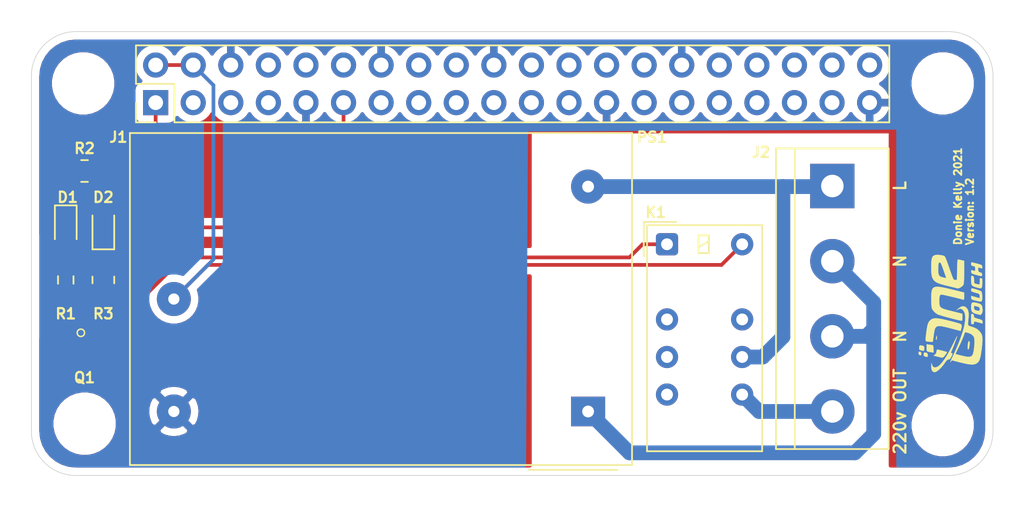
<source format=kicad_pcb>
(kicad_pcb (version 20171130) (host pcbnew "(5.1.8-0-10_14)")

  (general
    (thickness 1.6)
    (drawings 50)
    (tracks 46)
    (zones 0)
    (modules 15)
    (nets 44)
  )

  (page A4)
  (title_block
    (title "Raspberry Pi® Zero W - Hat Template")
    (date 2018-12-28)
    (rev 1.0.8)
    (company StudioPieters®)
    (comment 1 https://www.studiopieters.nl)
  )

  (layers
    (0 F.Cu signal)
    (31 B.Cu signal)
    (32 B.Adhes user)
    (33 F.Adhes user)
    (34 B.Paste user)
    (35 F.Paste user)
    (36 B.SilkS user)
    (37 F.SilkS user)
    (38 B.Mask user)
    (39 F.Mask user)
    (40 Dwgs.User user hide)
    (41 Cmts.User user)
    (42 Eco1.User user)
    (43 Eco2.User user)
    (44 Edge.Cuts user)
    (45 Margin user)
    (46 B.CrtYd user)
    (47 F.CrtYd user)
    (48 B.Fab user)
    (49 F.Fab user hide)
  )

  (setup
    (last_trace_width 0.25)
    (trace_clearance 0.2)
    (zone_clearance 0.508)
    (zone_45_only yes)
    (trace_min 0.2)
    (via_size 0.8)
    (via_drill 0.4)
    (via_min_size 0.4)
    (via_min_drill 0.3)
    (uvia_size 0.3)
    (uvia_drill 0.1)
    (uvias_allowed no)
    (uvia_min_size 0.2)
    (uvia_min_drill 0.1)
    (edge_width 0.05)
    (segment_width 0.2)
    (pcb_text_width 0.3)
    (pcb_text_size 1.5 1.5)
    (mod_edge_width 0.12)
    (mod_text_size 1 1)
    (mod_text_width 0.15)
    (pad_size 1.524 1.524)
    (pad_drill 0.762)
    (pad_to_mask_clearance 0.051)
    (solder_mask_min_width 0.25)
    (aux_axis_origin 0 0)
    (visible_elements 7FFFFFFF)
    (pcbplotparams
      (layerselection 0x010fc_ffffffff)
      (usegerberextensions true)
      (usegerberattributes false)
      (usegerberadvancedattributes false)
      (creategerberjobfile false)
      (excludeedgelayer true)
      (linewidth 0.100000)
      (plotframeref false)
      (viasonmask false)
      (mode 1)
      (useauxorigin false)
      (hpglpennumber 1)
      (hpglpenspeed 20)
      (hpglpendiameter 15.000000)
      (psnegative false)
      (psa4output false)
      (plotreference true)
      (plotvalue true)
      (plotinvisibletext false)
      (padsonsilk false)
      (subtractmaskfromsilk false)
      (outputformat 1)
      (mirror false)
      (drillshape 0)
      (scaleselection 1)
      (outputdirectory ""))
  )

  (net 0 "")
  (net 1 GND)
  (net 2 5v)
  (net 3 "Net-(J2-Pad2)")
  (net 4 "Net-(J2-Pad1)")
  (net 5 "Net-(J2-Pad4)")
  (net 6 Rpi11)
  (net 7 "Net-(D1-Pad1)")
  (net 8 3.3v)
  (net 9 "Net-(D2-Pad1)")
  (net 10 "Net-(K1-Pad1)")
  (net 11 "Net-(J1-Pad40)")
  (net 12 "Net-(J1-Pad38)")
  (net 13 "Net-(J1-Pad37)")
  (net 14 "Net-(J1-Pad36)")
  (net 15 "Net-(J1-Pad35)")
  (net 16 "Net-(J1-Pad34)")
  (net 17 "Net-(J1-Pad33)")
  (net 18 "Net-(J1-Pad32)")
  (net 19 "Net-(J1-Pad31)")
  (net 20 "Net-(J1-Pad29)")
  (net 21 "Net-(J1-Pad28)")
  (net 22 "Net-(J1-Pad27)")
  (net 23 "Net-(J1-Pad26)")
  (net 24 "Net-(J1-Pad24)")
  (net 25 "Net-(J1-Pad23)")
  (net 26 "Net-(J1-Pad22)")
  (net 27 "Net-(J1-Pad21)")
  (net 28 "Net-(J1-Pad19)")
  (net 29 "Net-(J1-Pad18)")
  (net 30 "Net-(J1-Pad17)")
  (net 31 "Net-(J1-Pad16)")
  (net 32 "Net-(J1-Pad15)")
  (net 33 "Net-(J1-Pad13)")
  (net 34 "Net-(J1-Pad12)")
  (net 35 "Net-(J1-Pad10)")
  (net 36 "Net-(J1-Pad8)")
  (net 37 "Net-(J1-Pad7)")
  (net 38 "Net-(J1-Pad5)")
  (net 39 "Net-(J1-Pad3)")
  (net 40 "Net-(K1-Pad3)")
  (net 41 "Net-(K1-Pad5)")
  (net 42 "Net-(K1-Pad10)")
  (net 43 "Net-(K1-Pad4)")

  (net_class Default "This is the default net class."
    (clearance 0.2)
    (trace_width 0.25)
    (via_dia 0.8)
    (via_drill 0.4)
    (uvia_dia 0.3)
    (uvia_drill 0.1)
    (add_net 3.3v)
    (add_net 5v)
    (add_net GND)
    (add_net "Net-(D1-Pad1)")
    (add_net "Net-(D2-Pad1)")
    (add_net "Net-(J1-Pad10)")
    (add_net "Net-(J1-Pad12)")
    (add_net "Net-(J1-Pad13)")
    (add_net "Net-(J1-Pad15)")
    (add_net "Net-(J1-Pad16)")
    (add_net "Net-(J1-Pad17)")
    (add_net "Net-(J1-Pad18)")
    (add_net "Net-(J1-Pad19)")
    (add_net "Net-(J1-Pad21)")
    (add_net "Net-(J1-Pad22)")
    (add_net "Net-(J1-Pad23)")
    (add_net "Net-(J1-Pad24)")
    (add_net "Net-(J1-Pad26)")
    (add_net "Net-(J1-Pad27)")
    (add_net "Net-(J1-Pad28)")
    (add_net "Net-(J1-Pad29)")
    (add_net "Net-(J1-Pad3)")
    (add_net "Net-(J1-Pad31)")
    (add_net "Net-(J1-Pad32)")
    (add_net "Net-(J1-Pad33)")
    (add_net "Net-(J1-Pad34)")
    (add_net "Net-(J1-Pad35)")
    (add_net "Net-(J1-Pad36)")
    (add_net "Net-(J1-Pad37)")
    (add_net "Net-(J1-Pad38)")
    (add_net "Net-(J1-Pad40)")
    (add_net "Net-(J1-Pad5)")
    (add_net "Net-(J1-Pad7)")
    (add_net "Net-(J1-Pad8)")
    (add_net "Net-(K1-Pad1)")
    (add_net "Net-(K1-Pad10)")
    (add_net "Net-(K1-Pad3)")
    (add_net "Net-(K1-Pad4)")
    (add_net "Net-(K1-Pad5)")
    (add_net Rpi11)
  )

  (net_class AC ""
    (clearance 0.5)
    (trace_width 1)
    (via_dia 0.8)
    (via_drill 0.4)
    (uvia_dia 0.3)
    (uvia_drill 0.1)
    (add_net "Net-(J2-Pad1)")
    (add_net "Net-(J2-Pad2)")
    (add_net "Net-(J2-Pad4)")
  )

  (module OneTouch_Logo:onetouchlogo (layer F.Cu) (tedit 60590C7D) (tstamp 6077DF9C)
    (at 112.268 68.072 90)
    (path /60778084)
    (fp_text reference G1 (at 1.27 -3.81 90) (layer F.SilkS) hide
      (effects (font (size 1.524 1.524) (thickness 0.3)))
    )
    (fp_text value LOGO (at 0 3.81 90) (layer Dwgs.User) hide
      (effects (font (size 1.524 1.524) (thickness 0.3)))
    )
    (fp_poly (pts (xy -3.210654 -0.138858) (xy -3.099976 -0.093624) (xy -2.944613 -0.024099) (xy -2.753012 0.066245)
      (xy -2.735384 0.074744) (xy -2.344779 0.254012) (xy -1.945067 0.42024) (xy -1.553623 0.567044)
      (xy -1.18782 0.688037) (xy -0.865032 0.776835) (xy -0.76314 0.799601) (xy -0.434225 0.849507)
      (xy -0.158082 0.853205) (xy 0.062231 0.811202) (xy 0.223651 0.724004) (xy 0.308262 0.622169)
      (xy 0.341273 0.54446) (xy 0.335623 0.472413) (xy 0.300052 0.387707) (xy 0.235996 0.254)
      (xy 0.371998 0.407049) (xy 0.480199 0.56785) (xy 0.513694 0.719718) (xy 0.472336 0.858085)
      (xy 0.389619 0.952356) (xy 0.260346 1.034328) (xy 0.103336 1.078888) (xy -0.097648 1.088988)
      (xy -0.288166 1.075606) (xy -0.493652 1.05406) (xy -0.63519 1.042822) (xy -0.726751 1.046164)
      (xy -0.782306 1.068355) (xy -0.815827 1.113668) (xy -0.841285 1.186373) (xy -0.860164 1.250462)
      (xy -0.936409 1.470636) (xy -1.019959 1.635242) (xy -1.123542 1.766681) (xy -1.188782 1.828683)
      (xy -1.2887 1.907453) (xy -1.391469 1.964731) (xy -1.508794 2.001678) (xy -1.652376 2.019457)
      (xy -1.833921 2.019228) (xy -2.065131 2.002155) (xy -2.357711 1.969398) (xy -2.46756 1.955621)
      (xy -2.750369 1.914345) (xy -2.966285 1.869237) (xy -3.126567 1.815856) (xy -3.242473 1.749759)
      (xy -3.325262 1.666502) (xy -3.366804 1.600791) (xy -3.409875 1.49664) (xy -3.431332 1.376258)
      (xy -3.430372 1.227866) (xy -3.411288 1.079341) (xy -2.912365 1.079341) (xy -2.894234 1.215788)
      (xy -2.830627 1.310708) (xy -2.715583 1.37463) (xy -2.543141 1.418087) (xy -2.381709 1.442407)
      (xy -2.06849 1.474661) (xy -1.824347 1.480893) (xy -1.644586 1.460891) (xy -1.524514 1.414447)
      (xy -1.50895 1.403319) (xy -1.369041 1.243995) (xy -1.283091 1.030011) (xy -1.27156 0.975573)
      (xy -1.246882 0.840154) (xy -1.551518 0.727574) (xy -1.716462 0.66173) (xy -1.920977 0.572953)
      (xy -2.135326 0.47443) (xy -2.278397 0.40519) (xy -2.44248 0.324184) (xy -2.579134 0.257709)
      (xy -2.674319 0.212527) (xy -2.713996 0.195395) (xy -2.714152 0.195385) (xy -2.728101 0.230926)
      (xy -2.755998 0.327621) (xy -2.79376 0.470579) (xy -2.83604 0.639741) (xy -2.89098 0.890836)
      (xy -2.912365 1.079341) (xy -3.411288 1.079341) (xy -3.406192 1.039689) (xy -3.357989 0.799947)
      (xy -3.293969 0.532612) (xy -3.14818 -0.048468) (xy -3.264167 -0.142568) (xy -3.2682 -0.15633)
      (xy -3.210654 -0.138858)) (layer F.SilkS) (width 0.01))
    (fp_poly (pts (xy -0.181843 1.251346) (xy -0.078446 1.256469) (xy -0.024366 1.269539) (xy -0.005185 1.294262)
      (xy -0.006486 1.334347) (xy -0.007051 1.338385) (xy -0.038022 1.405637) (xy -0.119298 1.435474)
      (xy -0.142969 1.438287) (xy -0.207401 1.449016) (xy -0.250834 1.477108) (xy -0.284639 1.53934)
      (xy -0.320187 1.652487) (xy -0.341624 1.731364) (xy -0.381958 1.875296) (xy -0.414928 1.960231)
      (xy -0.452214 2.002967) (xy -0.505497 2.020304) (xy -0.54586 2.025101) (xy -0.632285 2.026567)
      (xy -0.657822 2.002732) (xy -0.652215 1.978699) (xy -0.628698 1.905472) (xy -0.597061 1.793123)
      (xy -0.585992 1.751137) (xy -0.554474 1.631061) (xy -0.528353 1.534628) (xy -0.522579 1.514231)
      (xy -0.525706 1.462722) (xy -0.587303 1.446101) (xy -0.603059 1.445847) (xy -0.678751 1.43067)
      (xy -0.702753 1.370183) (xy -0.703384 1.348154) (xy -0.700616 1.30205) (xy -0.682325 1.273359)
      (xy -0.633528 1.257952) (xy -0.539243 1.251698) (xy -0.384489 1.250468) (xy -0.348974 1.250462)
      (xy -0.181843 1.251346)) (layer F.SilkS) (width 0.01))
    (fp_poly (pts (xy 0.617446 1.257897) (xy 0.719236 1.288871) (xy 0.765016 1.356386) (xy 0.765499 1.473447)
      (xy 0.741697 1.605756) (xy 0.694104 1.788632) (xy 0.634944 1.907851) (xy 0.549896 1.977862)
      (xy 0.424634 2.013115) (xy 0.327726 2.023341) (xy 0.181146 2.027754) (xy 0.084493 2.011757)
      (xy 0.011134 1.97065) (xy 0.005981 1.966547) (xy -0.08479 1.893045) (xy -0.038085 1.708134)
      (xy 0.19887 1.708134) (xy 0.202049 1.79132) (xy 0.25105 1.829946) (xy 0.313583 1.836616)
      (xy 0.412256 1.817069) (xy 0.463882 1.749466) (xy 0.464169 1.748693) (xy 0.498931 1.640658)
      (xy 0.522561 1.553308) (xy 0.533634 1.480984) (xy 0.505634 1.45153) (xy 0.419425 1.445849)
      (xy 0.414875 1.445847) (xy 0.317854 1.457068) (xy 0.264787 1.50596) (xy 0.238284 1.568909)
      (xy 0.19887 1.708134) (xy -0.038085 1.708134) (xy -0.02091 1.640138) (xy 0.034933 1.459775)
      (xy 0.103489 1.344132) (xy 0.200868 1.279848) (xy 0.343178 1.253563) (xy 0.448929 1.250462)
      (xy 0.617446 1.257897)) (layer F.SilkS) (width 0.01))
    (fp_poly (pts (xy 1.690437 1.265785) (xy 1.719385 1.299432) (xy 1.707097 1.381501) (xy 1.675405 1.505953)
      (xy 1.632071 1.648682) (xy 1.584854 1.785579) (xy 1.541515 1.892538) (xy 1.512084 1.943433)
      (xy 1.442511 1.974039) (xy 1.321774 1.994858) (xy 1.176371 2.004866) (xy 1.0328 2.00304)
      (xy 0.917558 1.988357) (xy 0.865794 1.968392) (xy 0.837166 1.939536) (xy 0.825883 1.895827)
      (xy 0.83266 1.820257) (xy 0.858214 1.695814) (xy 0.881457 1.596494) (xy 0.920239 1.438756)
      (xy 0.950806 1.341581) (xy 0.982536 1.289385) (xy 1.024808 1.266583) (xy 1.0853 1.257755)
      (xy 1.171204 1.252748) (xy 1.211043 1.257001) (xy 1.211385 1.25788) (xy 1.201441 1.29867)
      (xy 1.175216 1.394775) (xy 1.138118 1.526425) (xy 1.133231 1.543539) (xy 1.0952 1.678084)
      (xy 1.067397 1.779417) (xy 1.05523 1.827781) (xy 1.055077 1.829081) (xy 1.089484 1.8341)
      (xy 1.174824 1.831209) (xy 1.201477 1.829205) (xy 1.276588 1.820384) (xy 1.325289 1.798205)
      (xy 1.360122 1.74611) (xy 1.393631 1.647542) (xy 1.425271 1.53377) (xy 1.466905 1.389031)
      (xy 1.500394 1.30429) (xy 1.536174 1.263631) (xy 1.584679 1.251138) (xy 1.611025 1.250462)
      (xy 1.690437 1.265785)) (layer F.SilkS) (width 0.01))
    (fp_poly (pts (xy 2.431883 1.252439) (xy 2.522683 1.260341) (xy 2.562811 1.277119) (xy 2.565982 1.305727)
      (xy 2.563719 1.312273) (xy 2.542672 1.385503) (xy 2.54 1.408101) (xy 2.504446 1.427583)
      (xy 2.411852 1.444379) (xy 2.29993 1.453751) (xy 2.05986 1.465385) (xy 2.011521 1.629617)
      (xy 1.986565 1.733913) (xy 1.980592 1.803327) (xy 1.984565 1.815232) (xy 2.032543 1.827116)
      (xy 2.133127 1.83488) (xy 2.21854 1.836616) (xy 2.340736 1.840128) (xy 2.400141 1.853978)
      (xy 2.411935 1.883131) (xy 2.407412 1.898427) (xy 2.386525 1.966632) (xy 2.383693 1.98635)
      (xy 2.348583 2.002942) (xy 2.258123 2.011413) (xy 2.134615 2.012467) (xy 2.000364 2.006809)
      (xy 1.877673 1.995144) (xy 1.788844 1.978176) (xy 1.76234 1.966719) (xy 1.731172 1.935903)
      (xy 1.720533 1.891005) (xy 1.730852 1.812677) (xy 1.762553 1.681571) (xy 1.769188 1.656124)
      (xy 1.821591 1.475524) (xy 1.876593 1.358216) (xy 1.95113 1.290662) (xy 2.062136 1.259325)
      (xy 2.226547 1.250669) (xy 2.276699 1.250462) (xy 2.431883 1.252439)) (layer F.SilkS) (width 0.01))
    (fp_poly (pts (xy 3.445785 1.259278) (xy 3.478867 1.27977) (xy 3.47014 1.328446) (xy 3.445937 1.433791)
      (xy 3.410688 1.576899) (xy 3.392639 1.647668) (xy 3.350036 1.80861) (xy 3.317123 1.909069)
      (xy 3.284504 1.964349) (xy 3.242784 1.989754) (xy 3.182568 2.00059) (xy 3.175471 2.001426)
      (xy 3.087874 2.004231) (xy 3.062122 1.980737) (xy 3.066481 1.962051) (xy 3.092204 1.882215)
      (xy 3.111684 1.810796) (xy 3.121435 1.748768) (xy 3.095588 1.724073) (xy 3.015405 1.724166)
      (xy 2.985757 1.726503) (xy 2.883319 1.74364) (xy 2.829743 1.787002) (xy 2.799356 1.865924)
      (xy 2.761564 1.955336) (xy 2.701589 1.989467) (xy 2.651578 1.992924) (xy 2.592595 1.989841)
      (xy 2.558446 1.971859) (xy 2.548452 1.925879) (xy 2.561931 1.838799) (xy 2.598203 1.697519)
      (xy 2.630249 1.582616) (xy 2.674935 1.429256) (xy 2.709845 1.335693) (xy 2.745242 1.286181)
      (xy 2.79139 1.264975) (xy 2.84193 1.257909) (xy 2.924032 1.253977) (xy 2.949766 1.278817)
      (xy 2.934793 1.353542) (xy 2.928708 1.374882) (xy 2.903882 1.464048) (xy 2.891893 1.51223)
      (xy 2.891693 1.513973) (xy 2.926381 1.520285) (xy 3.012912 1.523764) (xy 3.046229 1.524)
      (xy 3.147126 1.518367) (xy 3.19666 1.487977) (xy 3.221492 1.412595) (xy 3.226425 1.387231)
      (xy 3.252746 1.294392) (xy 3.299243 1.256584) (xy 3.364964 1.250462) (xy 3.445785 1.259278)) (layer F.SilkS) (width 0.01))
    (fp_poly (pts (xy 1.253283 -1.442757) (xy 1.455514 -1.428791) (xy 1.610811 -1.396896) (xy 1.722341 -1.340021)
      (xy 1.793273 -1.251116) (xy 1.826776 -1.123129) (xy 1.82602 -0.949009) (xy 1.794173 -0.721706)
      (xy 1.734404 -0.434169) (xy 1.649882 -0.079346) (xy 1.637585 -0.029307) (xy 1.437956 0.781539)
      (xy 1.185268 0.781539) (xy 1.049181 0.779137) (xy 0.975744 0.768899) (xy 0.949518 0.746281)
      (xy 0.953048 0.713154) (xy 0.986584 0.593316) (xy 1.029745 0.427808) (xy 1.078923 0.231782)
      (xy 1.130511 0.020389) (xy 1.180901 -0.191221) (xy 1.226486 -0.387896) (xy 1.263659 -0.554486)
      (xy 1.288813 -0.675839) (xy 1.29834 -0.736804) (xy 1.298345 -0.737136) (xy 1.287519 -0.808665)
      (xy 1.244981 -0.855829) (xy 1.158303 -0.883317) (xy 1.01506 -0.895819) (xy 0.871641 -0.89817)
      (xy 0.703901 -0.895148) (xy 0.576756 -0.878648) (xy 0.480985 -0.838592) (xy 0.407369 -0.764901)
      (xy 0.346688 -0.647499) (xy 0.289721 -0.476306) (xy 0.227249 -0.241245) (xy 0.210822 -0.175846)
      (xy 0.158271 0.033802) (xy 0.109219 0.228551) (xy 0.068361 0.389825) (xy 0.040392 0.499044)
      (xy 0.035509 0.51777) (xy -0.003012 0.664308) (xy -0.235968 0.664308) (xy -0.370762 0.65997)
      (xy -0.443068 0.644317) (xy -0.468202 0.613391) (xy -0.468923 0.604116) (xy -0.458624 0.530631)
      (xy -0.430394 0.397235) (xy -0.388234 0.219029) (xy -0.336145 0.011117) (xy -0.278127 -0.211398)
      (xy -0.218181 -0.433416) (xy -0.160309 -0.639833) (xy -0.10851 -0.815547) (xy -0.066786 -0.945456)
      (xy -0.041106 -1.010824) (xy 0.074926 -1.182395) (xy 0.222376 -1.323005) (xy 0.364006 -1.404283)
      (xy 0.443555 -1.419822) (xy 0.582756 -1.432718) (xy 0.763122 -1.441765) (xy 0.966163 -1.445757)
      (xy 1.000946 -1.445846) (xy 1.253283 -1.442757)) (layer F.SilkS) (width 0.01))
    (fp_poly (pts (xy 3.416275 -1.441659) (xy 3.612767 -1.427231) (xy 3.75442 -1.399763) (xy 3.852714 -1.356454)
      (xy 3.919128 -1.294503) (xy 3.945611 -1.252626) (xy 3.977084 -1.13761) (xy 3.983412 -0.97469)
      (xy 3.964726 -0.789915) (xy 3.942761 -0.684114) (xy 3.931726 -0.634263) (xy 3.921576 -0.594401)
      (xy 3.904315 -0.560577) (xy 3.871948 -0.528839) (xy 3.816481 -0.495234) (xy 3.729917 -0.455812)
      (xy 3.604263 -0.406621) (xy 3.431523 -0.343708) (xy 3.203702 -0.263122) (xy 2.912805 -0.160911)
      (xy 2.813539 -0.125968) (xy 2.606852 -0.052573) (xy 2.462709 0.001582) (xy 2.369845 0.042958)
      (xy 2.316994 0.078012) (xy 2.292893 0.113204) (xy 2.286275 0.15499) (xy 2.286 0.176493)
      (xy 2.286 0.293077) (xy 2.979616 0.303748) (xy 3.202657 0.309057) (xy 3.395914 0.317244)
      (xy 3.546968 0.327486) (xy 3.643402 0.338964) (xy 3.673231 0.349613) (xy 3.66501 0.405286)
      (xy 3.643988 0.509106) (xy 3.627443 0.583173) (xy 3.581654 0.781539) (xy 2.816596 0.780963)
      (xy 2.502809 0.778498) (xy 2.262597 0.771465) (xy 2.091503 0.75961) (xy 1.985068 0.742678)
      (xy 1.953846 0.731808) (xy 1.874365 0.665841) (xy 1.798386 0.562358) (xy 1.782417 0.532534)
      (xy 1.708681 0.381837) (xy 1.854988 -0.229158) (xy 1.904546 -0.42958) (xy 2.414022 -0.42958)
      (xy 2.947366 -0.615328) (xy 3.158461 -0.690173) (xy 3.305667 -0.746525) (xy 3.399529 -0.789714)
      (xy 3.450592 -0.825069) (xy 3.4694 -0.85792) (xy 3.469509 -0.87923) (xy 3.457052 -0.916602)
      (xy 3.422504 -0.940718) (xy 3.350648 -0.955287) (xy 3.226269 -0.964017) (xy 3.103032 -0.968538)
      (xy 2.874631 -0.970478) (xy 2.710645 -0.954423) (xy 2.597993 -0.91252) (xy 2.523596 -0.836914)
      (xy 2.474376 -0.719749) (xy 2.440487 -0.570654) (xy 2.414022 -0.42958) (xy 1.904546 -0.42958)
      (xy 1.927673 -0.523106) (xy 1.990328 -0.751403) (xy 2.047275 -0.925225) (xy 2.102835 -1.055745)
      (xy 2.161327 -1.15414) (xy 2.227074 -1.231584) (xy 2.251612 -1.254913) (xy 2.345449 -1.327702)
      (xy 2.45134 -1.380031) (xy 2.583594 -1.414931) (xy 2.756525 -1.435432) (xy 2.984442 -1.444564)
      (xy 3.153464 -1.445846) (xy 3.416275 -1.441659)) (layer F.SilkS) (width 0.01))
    (fp_poly (pts (xy -1.569262 -1.81618) (xy -1.37151 -1.79162) (xy -1.255568 -1.777063) (xy -0.996816 -1.741386)
      (xy -0.802239 -1.704529) (xy -0.657928 -1.662014) (xy -0.549974 -1.609362) (xy -0.464468 -1.542095)
      (xy -0.436352 -1.513274) (xy -0.374332 -1.432138) (xy -0.3317 -1.338358) (xy -0.309094 -1.223608)
      (xy -0.307151 -1.07956) (xy -0.32651 -0.897888) (xy -0.36781 -0.670266) (xy -0.431687 -0.388368)
      (xy -0.51878 -0.043866) (xy -0.5613 0.117231) (xy -0.61595 0.318306) (xy -0.657379 0.455755)
      (xy -0.691115 0.541821) (xy -0.722688 0.588749) (xy -0.757629 0.608784) (xy -0.785304 0.613228)
      (xy -0.874442 0.613801) (xy -0.918307 0.606877) (xy -0.983737 0.588507) (xy -1.060326 0.570424)
      (xy -1.163268 0.547857) (xy -0.992112 -0.107071) (xy -0.91894 -0.393934) (xy -0.867493 -0.616323)
      (xy -0.836983 -0.784604) (xy -0.826624 -0.909146) (xy -0.835632 -1.000315) (xy -0.863219 -1.06848)
      (xy -0.908599 -1.124007) (xy -0.914576 -1.129725) (xy -0.973286 -1.172294) (xy -1.056718 -1.205945)
      (xy -1.180536 -1.234943) (xy -1.360406 -1.263553) (xy -1.451106 -1.275784) (xy -1.62688 -1.299285)
      (xy -1.770994 -1.319594) (xy -1.86773 -1.334426) (xy -1.901366 -1.341263) (xy -1.902125 -1.380917)
      (xy -1.896474 -1.476672) (xy -1.886947 -1.592785) (xy -1.879213 -1.691147) (xy -1.868918 -1.760526)
      (xy -1.844419 -1.80432) (xy -1.794073 -1.825928) (xy -1.706235 -1.828749) (xy -1.569262 -1.81618)) (layer F.SilkS) (width 0.01))
    (fp_poly (pts (xy -3.390093 -1.438323) (xy -3.333859 -1.431812) (xy -3.342821 -1.420591) (xy -3.389682 -1.407753)
      (xy -3.540684 -1.350975) (xy -3.619074 -1.26694) (xy -3.626997 -1.151192) (xy -3.576849 -1.018533)
      (xy -3.472781 -0.877482) (xy -3.298421 -0.717058) (xy -3.058336 -0.540344) (xy -2.757092 -0.350426)
      (xy -2.399255 -0.150386) (xy -1.989391 0.056693) (xy -1.973099 0.06454) (xy -1.804291 0.146897)
      (xy -1.664448 0.217378) (xy -1.566834 0.269131) (xy -1.524713 0.295303) (xy -1.524 0.296554)
      (xy -1.52364 0.305467) (xy -1.531377 0.30825) (xy -1.560434 0.300712) (xy -1.624032 0.27866)
      (xy -1.735395 0.237904) (xy -1.895231 0.178871) (xy -2.075527 0.110837) (xy -2.252505 0.04158)
      (xy -2.396559 -0.017237) (xy -2.435778 -0.034101) (xy -2.557028 -0.086741) (xy -2.62325 -0.110041)
      (xy -2.651083 -0.105843) (xy -2.657163 -0.075989) (xy -2.657231 -0.058615) (xy -2.668451 -0.014166)
      (xy -2.710689 -0.005383) (xy -2.796814 -0.033656) (xy -2.910185 -0.08594) (xy -3.021849 -0.149208)
      (xy -3.075461 -0.208637) (xy -3.088154 -0.271555) (xy -3.104169 -0.336948) (xy -3.159282 -0.404242)
      (xy -3.266333 -0.487265) (xy -3.325911 -0.527538) (xy -3.510027 -0.663011) (xy -3.675662 -0.810625)
      (xy -3.811244 -0.957616) (xy -3.9052 -1.091219) (xy -3.945958 -1.19867) (xy -3.946769 -1.212317)
      (xy -3.920916 -1.322837) (xy -3.839382 -1.395678) (xy -3.696208 -1.434031) (xy -3.517997 -1.441846)
      (xy -3.390093 -1.438323)) (layer F.SilkS) (width 0.01))
    (fp_poly (pts (xy -2.761976 -1.197126) (xy -2.678195 -1.118534) (xy -2.55044 -1.086783) (xy -2.449863 -1.068652)
      (xy -2.415264 -1.032976) (xy -2.416472 -1.016) (xy -2.446551 -0.888759) (xy -2.483063 -0.742641)
      (xy -2.520707 -0.597768) (xy -2.554181 -0.474265) (xy -2.578186 -0.392252) (xy -2.58658 -0.37024)
      (xy -2.622287 -0.384202) (xy -2.701627 -0.433657) (xy -2.784699 -0.491629) (xy -2.885667 -0.576148)
      (xy -2.951713 -0.65328) (xy -2.967593 -0.693995) (xy -2.956944 -0.764728) (xy -2.931186 -0.884849)
      (xy -2.895892 -1.028378) (xy -2.895821 -1.02865) (xy -2.826302 -1.2953) (xy -2.761976 -1.197126)) (layer F.SilkS) (width 0.01))
    (fp_poly (pts (xy -1.634205 -1.122112) (xy -1.524 -1.094153) (xy -1.474479 -1.074744) (xy -1.487764 -1.064413)
      (xy -1.570927 -1.059521) (xy -1.592384 -1.058972) (xy -1.693752 -1.064772) (xy -1.752533 -1.083961)
      (xy -1.758461 -1.094153) (xy -1.725315 -1.125042) (xy -1.634205 -1.122112)) (layer F.SilkS) (width 0.01))
    (fp_poly (pts (xy -2.087925 -1.555552) (xy -2.106706 -1.434578) (xy -2.125363 -1.34666) (xy -2.134342 -1.321091)
      (xy -2.180831 -1.304349) (xy -2.281733 -1.292908) (xy -2.389433 -1.289538) (xy -2.625023 -1.289538)
      (xy -2.599195 -1.455615) (xy -2.574192 -1.606824) (xy -2.546862 -1.696877) (xy -2.501448 -1.741611)
      (xy -2.422195 -1.75686) (xy -2.297871 -1.758461) (xy -2.061008 -1.758461) (xy -2.087925 -1.555552)) (layer F.SilkS) (width 0.01))
    (fp_poly (pts (xy -2.647685 -1.940517) (xy -2.618773 -1.892568) (xy -2.618154 -1.878888) (xy -2.635856 -1.758126)
      (xy -2.696648 -1.6962) (xy -2.798925 -1.680307) (xy -2.887494 -1.68553) (xy -2.917213 -1.713976)
      (xy -2.907278 -1.784808) (xy -2.906572 -1.787769) (xy -2.876975 -1.891472) (xy -2.839662 -1.939567)
      (xy -2.772484 -1.953255) (xy -2.733078 -1.953846) (xy -2.647685 -1.940517)) (layer F.SilkS) (width 0.01))
    (fp_poly (pts (xy -2.276299 -2.259055) (xy -2.180812 -2.24574) (xy -2.142295 -2.214008) (xy -2.139586 -2.143648)
      (xy -2.140848 -2.129692) (xy -2.158972 -2.006082) (xy -2.194859 -1.941721) (xy -2.266324 -1.917703)
      (xy -2.343389 -1.914769) (xy -2.446528 -1.92145) (xy -2.492233 -1.947911) (xy -2.500923 -1.990379)
      (xy -2.487073 -2.084474) (xy -2.461915 -2.168588) (xy -2.424903 -2.236311) (xy -2.365758 -2.26108)
      (xy -2.276299 -2.259055)) (layer F.SilkS) (width 0.01))
    (fp_poly (pts (xy -2.582461 -2.295908) (xy -2.563451 -2.25219) (xy -2.569513 -2.207846) (xy -2.601354 -2.134977)
      (xy -2.674806 -2.110868) (xy -2.700863 -2.110153) (xy -2.781198 -2.120937) (xy -2.813538 -2.146034)
      (xy -2.783621 -2.250769) (xy -2.698899 -2.3018) (xy -2.658469 -2.305538) (xy -2.582461 -2.295908)) (layer F.SilkS) (width 0.01))
    (fp_poly (pts (xy -2.114487 1.024043) (xy -1.976646 1.04356) (xy -1.88218 1.071489) (xy -1.847307 1.10434)
      (xy -1.84815 1.109275) (xy -1.869166 1.139534) (xy -1.917139 1.153859) (xy -2.008068 1.153565)
      (xy -2.157956 1.139968) (xy -2.185273 1.136999) (xy -2.314876 1.113427) (xy -2.394444 1.081597)
      (xy -2.41773 1.049503) (xy -2.378486 1.02514) (xy -2.279487 1.01643) (xy -2.114487 1.024043)) (layer F.SilkS) (width 0.01))
  )

  (module MountingHole:MountingHole_3.2mm_M3 locked (layer F.Cu) (tedit 56D1B4CB) (tstamp 5C471D7E)
    (at 53.5 52.5)
    (descr "Mounting Hole 3.2mm, no annular, M3")
    (tags "mounting hole 3.2mm no annular m3")
    (attr virtual)
    (fp_text reference "" (at 0 -4.0005) (layer F.SilkS) hide
      (effects (font (size 1 1) (thickness 0.15)))
    )
    (fp_text value "" (at 0.09906 3.59918) (layer F.Fab) hide
      (effects (font (size 1 1) (thickness 0.15)))
    )
    (fp_circle (center 0 0) (end 3.45 0) (layer F.CrtYd) (width 0.05))
    (fp_circle (center 0 0) (end 3.2 0) (layer Cmts.User) (width 0.15))
    (fp_text user %R (at 0.3 0) (layer F.Fab)
      (effects (font (size 1 1) (thickness 0.15)))
    )
    (pad 1 np_thru_hole circle (at 0 0) (size 3.2 3.2) (drill 3.2) (layers *.Cu *.Mask))
  )

  (module MountingHole:MountingHole_3.2mm_M3 locked (layer F.Cu) (tedit 56D1B4CB) (tstamp 5C471D7E)
    (at 53.6 75.5)
    (descr "Mounting Hole 3.2mm, no annular, M3")
    (tags "mounting hole 3.2mm no annular m3")
    (attr virtual)
    (fp_text reference "" (at 0 -4.0005) (layer F.SilkS) hide
      (effects (font (size 1 1) (thickness 0.15)))
    )
    (fp_text value "" (at 0.09906 3.59918) (layer F.Fab) hide
      (effects (font (size 1 1) (thickness 0.15)))
    )
    (fp_circle (center 0 0) (end 3.45 0) (layer F.CrtYd) (width 0.05))
    (fp_circle (center 0 0) (end 3.2 0) (layer Cmts.User) (width 0.15))
    (fp_text user %R (at 0.3 0) (layer F.Fab)
      (effects (font (size 1 1) (thickness 0.15)))
    )
    (pad 1 np_thru_hole circle (at 0 0) (size 3.2 3.2) (drill 3.2) (layers *.Cu *.Mask))
  )

  (module MountingHole:MountingHole_3.2mm_M3 locked (layer F.Cu) (tedit 56D1B4CB) (tstamp 5C471D7E)
    (at 111.6 75.6)
    (descr "Mounting Hole 3.2mm, no annular, M3")
    (tags "mounting hole 3.2mm no annular m3")
    (attr virtual)
    (fp_text reference "" (at 0 -4.0005) (layer F.SilkS) hide
      (effects (font (size 1 1) (thickness 0.15)))
    )
    (fp_text value "" (at 0.09906 3.59918) (layer F.Fab) hide
      (effects (font (size 1 1) (thickness 0.15)))
    )
    (fp_circle (center 0 0) (end 3.45 0) (layer F.CrtYd) (width 0.05))
    (fp_circle (center 0 0) (end 3.2 0) (layer Cmts.User) (width 0.15))
    (fp_text user %R (at 0.3 0) (layer F.Fab)
      (effects (font (size 1 1) (thickness 0.15)))
    )
    (pad 1 np_thru_hole circle (at 0 0) (size 3.2 3.2) (drill 3.2) (layers *.Cu *.Mask))
  )

  (module MountingHole:MountingHole_3.2mm_M3 locked (layer F.Cu) (tedit 56D1B4CB) (tstamp 5C471D7E)
    (at 111.6 52.5)
    (descr "Mounting Hole 3.2mm, no annular, M3")
    (tags "mounting hole 3.2mm no annular m3")
    (attr virtual)
    (fp_text reference "" (at 0 -4.0005) (layer F.SilkS) hide
      (effects (font (size 1 1) (thickness 0.15)))
    )
    (fp_text value "" (at 0.09906 3.59918) (layer F.Fab) hide
      (effects (font (size 1 1) (thickness 0.15)))
    )
    (fp_circle (center 0 0) (end 3.45 0) (layer F.CrtYd) (width 0.05))
    (fp_circle (center 0 0) (end 3.2 0) (layer Cmts.User) (width 0.15))
    (fp_text user %R (at 0.3 0) (layer F.Fab)
      (effects (font (size 1 1) (thickness 0.15)))
    )
    (pad 1 np_thru_hole circle (at 0 0) (size 3.2 3.2) (drill 3.2) (layers *.Cu *.Mask))
  )

  (module Connector_PinHeader_2.54mm:PinHeader_2x20_P2.54mm_Vertical (layer F.Cu) (tedit 59FED5CC) (tstamp 5C2616A7)
    (at 58.4 53.8 90)
    (descr "Through hole straight pin header, 2x20, 2.54mm pitch, double rows")
    (tags "Through hole pin header THT 2x20 2.54mm double row")
    (path /5C26120C)
    (fp_text reference J1 (at -2.334 -2.52 180) (layer F.SilkS)
      (effects (font (size 0.7 0.7) (thickness 0.15)))
    )
    (fp_text value "Raspberry Pi" (at 1.27 50.59 90) (layer F.Fab) hide
      (effects (font (size 1 1) (thickness 0.15)))
    )
    (fp_line (start 4.35 -1.8) (end -1.8 -1.8) (layer F.CrtYd) (width 0.05))
    (fp_line (start 4.35 50.05) (end 4.35 -1.8) (layer F.CrtYd) (width 0.05))
    (fp_line (start -1.8 50.05) (end 4.35 50.05) (layer F.CrtYd) (width 0.05))
    (fp_line (start -1.8 -1.8) (end -1.8 50.05) (layer F.CrtYd) (width 0.05))
    (fp_line (start -1.33 -1.33) (end 0 -1.33) (layer F.SilkS) (width 0.12))
    (fp_line (start -1.33 0) (end -1.33 -1.33) (layer F.SilkS) (width 0.12))
    (fp_line (start 1.27 -1.33) (end 3.87 -1.33) (layer F.SilkS) (width 0.12))
    (fp_line (start 1.27 1.27) (end 1.27 -1.33) (layer F.SilkS) (width 0.12))
    (fp_line (start -1.33 1.27) (end 1.27 1.27) (layer F.SilkS) (width 0.12))
    (fp_line (start 3.87 -1.33) (end 3.87 49.59) (layer F.SilkS) (width 0.12))
    (fp_line (start -1.33 1.27) (end -1.33 49.59) (layer F.SilkS) (width 0.12))
    (fp_line (start -1.33 49.59) (end 3.87 49.59) (layer F.SilkS) (width 0.12))
    (fp_line (start -1.27 0) (end 0 -1.27) (layer F.Fab) (width 0.1))
    (fp_line (start -1.27 49.53) (end -1.27 0) (layer F.Fab) (width 0.1))
    (fp_line (start 3.81 49.53) (end -1.27 49.53) (layer F.Fab) (width 0.1))
    (fp_line (start 3.81 -1.27) (end 3.81 49.53) (layer F.Fab) (width 0.1))
    (fp_line (start 0 -1.27) (end 3.81 -1.27) (layer F.Fab) (width 0.1))
    (fp_text user %R (at 1.27 24.13 180) (layer F.Fab)
      (effects (font (size 1 1) (thickness 0.15)))
    )
    (pad 40 thru_hole oval (at 2.54 48.26 90) (size 1.7 1.7) (drill 1) (layers *.Cu *.Mask)
      (net 11 "Net-(J1-Pad40)"))
    (pad 39 thru_hole oval (at 0 48.26 90) (size 1.7 1.7) (drill 1) (layers *.Cu *.Mask)
      (net 1 GND))
    (pad 38 thru_hole oval (at 2.54 45.72 90) (size 1.7 1.7) (drill 1) (layers *.Cu *.Mask)
      (net 12 "Net-(J1-Pad38)"))
    (pad 37 thru_hole oval (at 0 45.72 90) (size 1.7 1.7) (drill 1) (layers *.Cu *.Mask)
      (net 13 "Net-(J1-Pad37)"))
    (pad 36 thru_hole oval (at 2.54 43.18 90) (size 1.7 1.7) (drill 1) (layers *.Cu *.Mask)
      (net 14 "Net-(J1-Pad36)"))
    (pad 35 thru_hole oval (at 0 43.18 90) (size 1.7 1.7) (drill 1) (layers *.Cu *.Mask)
      (net 15 "Net-(J1-Pad35)"))
    (pad 34 thru_hole oval (at 2.54 40.64 90) (size 1.7 1.7) (drill 1) (layers *.Cu *.Mask)
      (net 16 "Net-(J1-Pad34)"))
    (pad 33 thru_hole oval (at 0 40.64 90) (size 1.7 1.7) (drill 1) (layers *.Cu *.Mask)
      (net 17 "Net-(J1-Pad33)"))
    (pad 32 thru_hole oval (at 2.54 38.1 90) (size 1.7 1.7) (drill 1) (layers *.Cu *.Mask)
      (net 18 "Net-(J1-Pad32)"))
    (pad 31 thru_hole oval (at 0 38.1 90) (size 1.7 1.7) (drill 1) (layers *.Cu *.Mask)
      (net 19 "Net-(J1-Pad31)"))
    (pad 30 thru_hole oval (at 2.54 35.56 90) (size 1.7 1.7) (drill 1) (layers *.Cu *.Mask)
      (net 1 GND))
    (pad 29 thru_hole oval (at 0 35.56 90) (size 1.7 1.7) (drill 1) (layers *.Cu *.Mask)
      (net 20 "Net-(J1-Pad29)"))
    (pad 28 thru_hole oval (at 2.54 33.02 90) (size 1.7 1.7) (drill 1) (layers *.Cu *.Mask)
      (net 21 "Net-(J1-Pad28)"))
    (pad 27 thru_hole oval (at 0 33.02 90) (size 1.7 1.7) (drill 1) (layers *.Cu *.Mask)
      (net 22 "Net-(J1-Pad27)"))
    (pad 26 thru_hole oval (at 2.54 30.48 90) (size 1.7 1.7) (drill 1) (layers *.Cu *.Mask)
      (net 23 "Net-(J1-Pad26)"))
    (pad 25 thru_hole oval (at 0 30.48 90) (size 1.7 1.7) (drill 1) (layers *.Cu *.Mask)
      (net 1 GND))
    (pad 24 thru_hole oval (at 2.54 27.94 90) (size 1.7 1.7) (drill 1) (layers *.Cu *.Mask)
      (net 24 "Net-(J1-Pad24)"))
    (pad 23 thru_hole oval (at 0 27.94 90) (size 1.7 1.7) (drill 1) (layers *.Cu *.Mask)
      (net 25 "Net-(J1-Pad23)"))
    (pad 22 thru_hole oval (at 2.54 25.4 90) (size 1.7 1.7) (drill 1) (layers *.Cu *.Mask)
      (net 26 "Net-(J1-Pad22)"))
    (pad 21 thru_hole oval (at 0 25.4 90) (size 1.7 1.7) (drill 1) (layers *.Cu *.Mask)
      (net 27 "Net-(J1-Pad21)"))
    (pad 20 thru_hole oval (at 2.54 22.86 90) (size 1.7 1.7) (drill 1) (layers *.Cu *.Mask)
      (net 1 GND))
    (pad 19 thru_hole oval (at 0 22.86 90) (size 1.7 1.7) (drill 1) (layers *.Cu *.Mask)
      (net 28 "Net-(J1-Pad19)"))
    (pad 18 thru_hole oval (at 2.54 20.32 90) (size 1.7 1.7) (drill 1) (layers *.Cu *.Mask)
      (net 29 "Net-(J1-Pad18)"))
    (pad 17 thru_hole oval (at 0 20.32 90) (size 1.7 1.7) (drill 1) (layers *.Cu *.Mask)
      (net 30 "Net-(J1-Pad17)"))
    (pad 16 thru_hole oval (at 2.54 17.78 90) (size 1.7 1.7) (drill 1) (layers *.Cu *.Mask)
      (net 31 "Net-(J1-Pad16)"))
    (pad 15 thru_hole oval (at 0 17.78 90) (size 1.7 1.7) (drill 1) (layers *.Cu *.Mask)
      (net 32 "Net-(J1-Pad15)"))
    (pad 14 thru_hole oval (at 2.54 15.24 90) (size 1.7 1.7) (drill 1) (layers *.Cu *.Mask)
      (net 1 GND))
    (pad 13 thru_hole oval (at 0 15.24 90) (size 1.7 1.7) (drill 1) (layers *.Cu *.Mask)
      (net 33 "Net-(J1-Pad13)"))
    (pad 12 thru_hole oval (at 2.54 12.7 90) (size 1.7 1.7) (drill 1) (layers *.Cu *.Mask)
      (net 34 "Net-(J1-Pad12)"))
    (pad 11 thru_hole oval (at 0 12.7 90) (size 1.7 1.7) (drill 1) (layers *.Cu *.Mask)
      (net 6 Rpi11))
    (pad 10 thru_hole oval (at 2.54 10.16 90) (size 1.7 1.7) (drill 1) (layers *.Cu *.Mask)
      (net 35 "Net-(J1-Pad10)"))
    (pad 9 thru_hole oval (at 0 10.16 90) (size 1.7 1.7) (drill 1) (layers *.Cu *.Mask)
      (net 1 GND))
    (pad 8 thru_hole oval (at 2.54 7.62 90) (size 1.7 1.7) (drill 1) (layers *.Cu *.Mask)
      (net 36 "Net-(J1-Pad8)"))
    (pad 7 thru_hole oval (at 0 7.62 90) (size 1.7 1.7) (drill 1) (layers *.Cu *.Mask)
      (net 37 "Net-(J1-Pad7)"))
    (pad 6 thru_hole oval (at 2.54 5.08 90) (size 1.7 1.7) (drill 1) (layers *.Cu *.Mask)
      (net 1 GND))
    (pad 5 thru_hole oval (at 0 5.08 90) (size 1.7 1.7) (drill 1) (layers *.Cu *.Mask)
      (net 38 "Net-(J1-Pad5)"))
    (pad 4 thru_hole oval (at 2.54 2.54 90) (size 1.7 1.7) (drill 1) (layers *.Cu *.Mask)
      (net 2 5v))
    (pad 3 thru_hole oval (at 0 2.54 90) (size 1.7 1.7) (drill 1) (layers *.Cu *.Mask)
      (net 39 "Net-(J1-Pad3)"))
    (pad 2 thru_hole oval (at 2.54 0 90) (size 1.7 1.7) (drill 1) (layers *.Cu *.Mask)
      (net 2 5v))
    (pad 1 thru_hole rect (at 0 0 90) (size 1.7 1.7) (drill 1) (layers *.Cu *.Mask)
      (net 8 3.3v))
    (model ${KISYS3DMOD}/Connector_PinHeader_2.54mm.3dshapes/PinHeader_2x20_P2.54mm_Vertical.wrl
      (at (xyz 0 0 0))
      (scale (xyz 1 1 1))
      (rotate (xyz 0 0 0))
    )
  )

  (module TerminalBlock:TerminalBlock_bornier-4_P5.08mm (layer F.Cu) (tedit 59FF03D1) (tstamp 5FA86BC8)
    (at 104.14 59.436 270)
    (descr "simple 4-pin terminal block, pitch 5.08mm, revamped version of bornier4")
    (tags "terminal block bornier4")
    (path /5FA8C37F)
    (fp_text reference J2 (at -2.286 4.826 180) (layer F.SilkS)
      (effects (font (size 0.7 0.7) (thickness 0.15)))
    )
    (fp_text value Conn_01x04 (at 7.6 4.75 90) (layer F.Fab)
      (effects (font (size 1 1) (thickness 0.15)))
    )
    (fp_line (start -2.48 2.55) (end 17.72 2.55) (layer F.Fab) (width 0.1))
    (fp_line (start -2.43 3.75) (end -2.48 3.75) (layer F.Fab) (width 0.1))
    (fp_line (start -2.48 3.75) (end -2.48 -3.75) (layer F.Fab) (width 0.1))
    (fp_line (start -2.48 -3.75) (end 17.72 -3.75) (layer F.Fab) (width 0.1))
    (fp_line (start 17.72 -3.75) (end 17.72 3.75) (layer F.Fab) (width 0.1))
    (fp_line (start 17.72 3.75) (end -2.43 3.75) (layer F.Fab) (width 0.1))
    (fp_line (start -2.54 -3.81) (end -2.54 3.81) (layer F.SilkS) (width 0.12))
    (fp_line (start 17.78 3.81) (end 17.78 -3.81) (layer F.SilkS) (width 0.12))
    (fp_line (start 17.78 2.54) (end -2.54 2.54) (layer F.SilkS) (width 0.12))
    (fp_line (start -2.54 -3.81) (end 17.78 -3.81) (layer F.SilkS) (width 0.12))
    (fp_line (start -2.54 3.81) (end 17.78 3.81) (layer F.SilkS) (width 0.12))
    (fp_line (start -2.73 -4) (end 17.97 -4) (layer F.CrtYd) (width 0.05))
    (fp_line (start -2.73 -4) (end -2.73 4) (layer F.CrtYd) (width 0.05))
    (fp_line (start 17.97 4) (end 17.97 -4) (layer F.CrtYd) (width 0.05))
    (fp_line (start 17.97 4) (end -2.73 4) (layer F.CrtYd) (width 0.05))
    (fp_text user %R (at 7.62 0 90) (layer F.Fab)
      (effects (font (size 1 1) (thickness 0.15)))
    )
    (pad 2 thru_hole circle (at 5.08 0 270) (size 3 3) (drill 1.52) (layers *.Cu *.Mask)
      (net 3 "Net-(J2-Pad2)"))
    (pad 3 thru_hole circle (at 10.16 0 270) (size 3 3) (drill 1.52) (layers *.Cu *.Mask)
      (net 3 "Net-(J2-Pad2)"))
    (pad 1 thru_hole rect (at 0 0 270) (size 3 3) (drill 1.52) (layers *.Cu *.Mask)
      (net 4 "Net-(J2-Pad1)"))
    (pad 4 thru_hole circle (at 15.24 0 270) (size 3 3) (drill 1.52) (layers *.Cu *.Mask)
      (net 5 "Net-(J2-Pad4)"))
    (model ${KISYS3DMOD}/TerminalBlock.3dshapes/TerminalBlock_bornier-4_P5.08mm.wrl
      (offset (xyz 7.619999885559082 0 0))
      (scale (xyz 1 1 1))
      (rotate (xyz 0 0 0))
    )
  )

  (module Converter_ACDC:Converter_ACDC_MeanWell_IRM-02-xx_THT (layer F.Cu) (tedit 59FEFB72) (tstamp 5FA86BE1)
    (at 87.63 74.676 180)
    (descr "ACDC-Converter, 2W, Meanwell, IRM-02, THT, https://www.meanwell.co.uk/media/productPDF/IRM-02-spec.pdf")
    (tags "ACDC-Converter 2W THT")
    (path /5FA87AC5)
    (fp_text reference PS1 (at -4.318 18.542 180) (layer F.SilkS)
      (effects (font (size 0.7 0.7) (thickness 0.15)))
    )
    (fp_text value IRM-02-5 (at 15.14 20.15) (layer F.Fab)
      (effects (font (size 1 1) (thickness 0.15)))
    )
    (fp_line (start -3.1 18.95) (end -3.1 -3.75) (layer F.CrtYd) (width 0.05))
    (fp_line (start -3.1 -3.75) (end 31.1 -3.75) (layer F.CrtYd) (width 0.05))
    (fp_line (start 31.1 18.95) (end 31.1 -3.75) (layer F.CrtYd) (width 0.05))
    (fp_line (start -3.1 18.95) (end 31.1 18.95) (layer F.CrtYd) (width 0.05))
    (fp_line (start -2.97 18.82) (end -2.97 -3.62) (layer F.SilkS) (width 0.12))
    (fp_line (start 30.97 -3.62) (end 30.97 18.82) (layer F.SilkS) (width 0.12))
    (fp_line (start -2.97 -3.62) (end 30.97 -3.62) (layer F.SilkS) (width 0.12))
    (fp_line (start -2.97 18.82) (end 30.97 18.82) (layer F.SilkS) (width 0.12))
    (fp_line (start -2.85 18.7) (end 30.85 18.7) (layer F.Fab) (width 0.1))
    (fp_line (start 30.85 18.7) (end 30.85 -3.5) (layer F.Fab) (width 0.1))
    (fp_line (start -2.85 18.7) (end -2.85 -3.5) (layer F.Fab) (width 0.1))
    (fp_line (start 1 -3.5) (end 30.85 -3.5) (layer F.Fab) (width 0.1))
    (fp_line (start -1 -3.5) (end -2.85 -3.5) (layer F.Fab) (width 0.1))
    (fp_line (start 0 -2.5) (end -1 -3.5) (layer F.Fab) (width 0.1))
    (fp_line (start 1 -3.5) (end 0 -2.5) (layer F.Fab) (width 0.1))
    (fp_line (start -2 -3.95) (end 4 -3.95) (layer F.SilkS) (width 0.12))
    (fp_text user %R (at 14.03 7.47) (layer F.Fab)
      (effects (font (size 1 1) (thickness 0.15)))
    )
    (pad 3 thru_hole circle (at 28 0 180) (size 2.3 2.3) (drill 0.76) (layers *.Cu *.Mask)
      (net 1 GND))
    (pad 1 thru_hole rect (at 0 0 180) (size 2.3 2) (drill 0.8) (layers *.Cu *.Mask)
      (net 3 "Net-(J2-Pad2)"))
    (pad 2 thru_hole circle (at 0 15.2 180) (size 2.3 2.3) (drill 0.8) (layers *.Cu *.Mask)
      (net 4 "Net-(J2-Pad1)"))
    (pad 4 thru_hole circle (at 28 7.6 180) (size 2.3 2.3) (drill 0.76) (layers *.Cu *.Mask)
      (net 2 5v))
    (model ${KISYS3DMOD}/Converter_ACDC.3dshapes/Converter_ACDC_MeanWell_IRM-02-xx_THT.wrl
      (at (xyz 0 0 0))
      (scale (xyz 1 1 1))
      (rotate (xyz 0 0 0))
    )
  )

  (module Relay_THT:Relay_DPDT_Kemet_EC2 (layer F.Cu) (tedit 5EAD21AB) (tstamp 5FA8AC4B)
    (at 92.964 63.373)
    (descr "Kemet signal relay, DPDT, non-latching, single coil latching, https://content.kemet.com/datasheets/KEM_R7002_EC2_EE2.pdf")
    (tags "Kemet EC2 signal relay DPDT non single coil latching through hole THT")
    (path /5FA9ECE2)
    (fp_text reference K1 (at -0.762 -2.159) (layer F.SilkS)
      (effects (font (size 0.7 0.7) (thickness 0.15)))
    )
    (fp_text value EC2-5SNU (at -2.55 6.29 90) (layer F.Fab)
      (effects (font (size 1 1) (thickness 0.15)))
    )
    (fp_line (start -1.21 -0.15) (end -0.21 -1.15) (layer F.Fab) (width 0.1))
    (fp_line (start 6.43 -1.29) (end 6.43 13.99) (layer F.SilkS) (width 0.12))
    (fp_line (start -1.35 -1.27) (end -1.35 13.99) (layer F.SilkS) (width 0.12))
    (fp_line (start 6.43 13.99) (end -1.35 13.99) (layer F.SilkS) (width 0.12))
    (fp_line (start 6.43 -1.29) (end -1.35 -1.29) (layer F.SilkS) (width 0.12))
    (fp_line (start -1.21 -0.15) (end -1.21 13.85) (layer F.Fab) (width 0.1))
    (fp_line (start -1.57 -1.51) (end 0.62 -1.51) (layer F.SilkS) (width 0.12))
    (fp_line (start -1.57 0.83) (end -1.57 -1.51) (layer F.SilkS) (width 0.12))
    (fp_line (start 2.13 0.6) (end 2.83 0.6) (layer F.SilkS) (width 0.12))
    (fp_line (start 2.13 -0.6) (end 2.13 0.6) (layer F.SilkS) (width 0.12))
    (fp_line (start 2.83 -0.6) (end 2.13 -0.6) (layer F.SilkS) (width 0.12))
    (fp_line (start 2.83 0.6) (end 2.83 -0.6) (layer F.SilkS) (width 0.12))
    (fp_line (start 2.13 0.2) (end 2.83 -0.2) (layer F.SilkS) (width 0.12))
    (fp_line (start 1.27 0) (end 3.81 0) (layer F.Fab) (width 0.1))
    (fp_line (start 6.29 -1.15) (end 6.29 13.85) (layer F.Fab) (width 0.1))
    (fp_line (start 6.29 13.85) (end -1.21 13.85) (layer F.Fab) (width 0.1))
    (fp_line (start -1.46 -1.4) (end -1.46 14.1) (layer F.CrtYd) (width 0.05))
    (fp_line (start 6.29 -1.15) (end -0.21 -1.15) (layer F.Fab) (width 0.1))
    (fp_line (start 6.54 -1.4) (end 6.54 14.1) (layer F.CrtYd) (width 0.05))
    (fp_line (start 6.54 -1.4) (end -1.46 -1.4) (layer F.CrtYd) (width 0.05))
    (fp_line (start -1.46 14.1) (end 6.54 14.1) (layer F.CrtYd) (width 0.05))
    (fp_text user %R (at 2.54 6.35 90) (layer F.Fab)
      (effects (font (size 1 1) (thickness 0.15)))
    )
    (pad 1 thru_hole roundrect (at 0 0) (size 1.5 1.5) (drill 0.8) (layers *.Cu *.Mask) (roundrect_rratio 0.167)
      (net 10 "Net-(K1-Pad1)"))
    (pad 3 thru_hole circle (at 0 5.08) (size 1.5 1.5) (drill 0.8) (layers *.Cu *.Mask)
      (net 40 "Net-(K1-Pad3)"))
    (pad 4 thru_hole circle (at 0 7.62) (size 1.5 1.5) (drill 0.8) (layers *.Cu *.Mask)
      (net 43 "Net-(K1-Pad4)"))
    (pad 5 thru_hole circle (at 0 10.16) (size 1.5 1.5) (drill 0.8) (layers *.Cu *.Mask)
      (net 41 "Net-(K1-Pad5)"))
    (pad 8 thru_hole circle (at 5.08 10.16) (size 1.5 1.5) (drill 0.8) (layers *.Cu *.Mask)
      (net 5 "Net-(J2-Pad4)"))
    (pad 9 thru_hole circle (at 5.08 7.62) (size 1.5 1.5) (drill 0.8) (layers *.Cu *.Mask)
      (net 4 "Net-(J2-Pad1)"))
    (pad 10 thru_hole circle (at 5.08 5.08) (size 1.5 1.5) (drill 0.8) (layers *.Cu *.Mask)
      (net 42 "Net-(K1-Pad10)"))
    (pad 12 thru_hole circle (at 5.08 0) (size 1.5 1.5) (drill 0.8) (layers *.Cu *.Mask)
      (net 2 5v))
    (model ${KISYS3DMOD}/Relay_THT.3dshapes/Relay_DPDT_Kemet_EC2.wrl
      (at (xyz 0 0 0))
      (scale (xyz 1 1 1))
      (rotate (xyz 0 0 0))
    )
  )

  (module FDC6561AN:SSOT-6 (layer F.Cu) (tedit 5F904E92) (tstamp 5FA8AC5E)
    (at 53.594 70.358 270)
    (descr "<b>Small Outline Transistor</b>")
    (path /5FAA2F2F)
    (fp_text reference Q1 (at 2.032 0) (layer F.SilkS)
      (effects (font (size 0.7 0.7) (thickness 0.15)))
    )
    (fp_text value FDC6561AN (at 2.134482 -1.804146 270) (layer F.Fab)
      (effects (font (size 0.640265 0.640265) (thickness 0.015)))
    )
    (fp_line (start 1.472 0.81) (end -1.472 0.81) (layer F.Fab) (width 0.2032))
    (fp_line (start -1.472 -0.81) (end 1.472 -0.81) (layer F.Fab) (width 0.2032))
    (fp_circle (center -1 0.25) (end -0.75 0.25) (layer F.SilkS) (width 0.1))
    (fp_poly (pts (xy -1.20042 0.85) (xy -0.7 0.85) (xy -0.7 1.50052) (xy -1.20042 1.50052)) (layer F.Fab) (width 0.01))
    (fp_poly (pts (xy -0.250053 0.85) (xy 0.25 0.85) (xy 0.25 1.50032) (xy -0.250053 1.50032)) (layer F.Fab) (width 0.01))
    (fp_poly (pts (xy 0.700204 0.85) (xy 1.2 0.85) (xy 1.2 1.50044) (xy 0.700204 1.50044)) (layer F.Fab) (width 0.01))
    (fp_poly (pts (xy 0.700009 -1.5) (xy 1.2 -1.5) (xy 1.2 -0.850011) (xy 0.700009 -0.850011)) (layer F.Fab) (width 0.01))
    (fp_poly (pts (xy -0.250002 -1.5) (xy 0.25 -1.5) (xy 0.25 -0.850007) (xy -0.250002 -0.850007)) (layer F.Fab) (width 0.01))
    (fp_poly (pts (xy -1.20113 -1.5) (xy -0.7 -1.5) (xy -0.7 -0.850798) (xy -1.20113 -0.850798)) (layer F.Fab) (width 0.01))
    (pad 1 smd rect (at -0.95 1.3 270) (size 0.55 1.2) (layers F.Cu F.Paste F.Mask)
      (net 6 Rpi11))
    (pad 2 smd rect (at 0 1.3 270) (size 0.55 1.2) (layers F.Cu F.Paste F.Mask))
    (pad 3 smd rect (at 0.95 1.3 270) (size 0.55 1.2) (layers F.Cu F.Paste F.Mask))
    (pad 4 smd rect (at 0.95 -1.3 270) (size 0.55 1.2) (layers F.Cu F.Paste F.Mask))
    (pad 5 smd rect (at 0 -1.3 270) (size 0.55 1.2) (layers F.Cu F.Paste F.Mask)
      (net 1 GND))
    (pad 6 smd rect (at -0.95 -1.3 270) (size 0.55 1.2) (layers F.Cu F.Paste F.Mask)
      (net 10 "Net-(K1-Pad1)"))
  )

  (module Resistor_SMD:R_0603_1608Metric_Pad0.98x0.95mm_HandSolder (layer F.Cu) (tedit 5F68FEEE) (tstamp 5FA8AC6F)
    (at 52.324 65.786 270)
    (descr "Resistor SMD 0603 (1608 Metric), square (rectangular) end terminal, IPC_7351 nominal with elongated pad for handsoldering. (Body size source: IPC-SM-782 page 72, https://www.pcb-3d.com/wordpress/wp-content/uploads/ipc-sm-782a_amendment_1_and_2.pdf), generated with kicad-footprint-generator")
    (tags "resistor handsolder")
    (path /5FA9ECFD)
    (attr smd)
    (fp_text reference R1 (at 2.286 0 180) (layer F.SilkS)
      (effects (font (size 0.7 0.7) (thickness 0.15)))
    )
    (fp_text value 10k (at 0 1.43 90) (layer F.Fab)
      (effects (font (size 1 1) (thickness 0.15)))
    )
    (fp_line (start -0.8 0.4125) (end -0.8 -0.4125) (layer F.Fab) (width 0.1))
    (fp_line (start -0.8 -0.4125) (end 0.8 -0.4125) (layer F.Fab) (width 0.1))
    (fp_line (start 0.8 -0.4125) (end 0.8 0.4125) (layer F.Fab) (width 0.1))
    (fp_line (start 0.8 0.4125) (end -0.8 0.4125) (layer F.Fab) (width 0.1))
    (fp_line (start -0.254724 -0.5225) (end 0.254724 -0.5225) (layer F.SilkS) (width 0.12))
    (fp_line (start -0.254724 0.5225) (end 0.254724 0.5225) (layer F.SilkS) (width 0.12))
    (fp_line (start -1.65 0.73) (end -1.65 -0.73) (layer F.CrtYd) (width 0.05))
    (fp_line (start -1.65 -0.73) (end 1.65 -0.73) (layer F.CrtYd) (width 0.05))
    (fp_line (start 1.65 -0.73) (end 1.65 0.73) (layer F.CrtYd) (width 0.05))
    (fp_line (start 1.65 0.73) (end -1.65 0.73) (layer F.CrtYd) (width 0.05))
    (fp_text user %R (at 0 0 90) (layer F.Fab)
      (effects (font (size 0.4 0.4) (thickness 0.06)))
    )
    (pad 1 smd roundrect (at -0.9125 0 270) (size 0.975 0.95) (layers F.Cu F.Paste F.Mask) (roundrect_rratio 0.25)
      (net 6 Rpi11))
    (pad 2 smd roundrect (at 0.9125 0 270) (size 0.975 0.95) (layers F.Cu F.Paste F.Mask) (roundrect_rratio 0.25)
      (net 1 GND))
    (model ${KISYS3DMOD}/Resistor_SMD.3dshapes/R_0603_1608Metric.wrl
      (at (xyz 0 0 0))
      (scale (xyz 1 1 1))
      (rotate (xyz 0 0 0))
    )
  )

  (module LED_SMD:LED_0603_1608Metric (layer F.Cu) (tedit 5F68FEF1) (tstamp 60777AA0)
    (at 52.324 62.23 270)
    (descr "LED SMD 0603 (1608 Metric), square (rectangular) end terminal, IPC_7351 nominal, (Body size source: http://www.tortai-tech.com/upload/download/2011102023233369053.pdf), generated with kicad-footprint-generator")
    (tags LED)
    (path /5FB179F0)
    (attr smd)
    (fp_text reference D1 (at -2.032 -0.127 180) (layer F.SilkS)
      (effects (font (size 0.7 0.7) (thickness 0.15)))
    )
    (fp_text value LED (at 0 1.43 90) (layer F.Fab)
      (effects (font (size 1 1) (thickness 0.15)))
    )
    (fp_line (start 0.8 -0.4) (end -0.5 -0.4) (layer F.Fab) (width 0.1))
    (fp_line (start -0.5 -0.4) (end -0.8 -0.1) (layer F.Fab) (width 0.1))
    (fp_line (start -0.8 -0.1) (end -0.8 0.4) (layer F.Fab) (width 0.1))
    (fp_line (start -0.8 0.4) (end 0.8 0.4) (layer F.Fab) (width 0.1))
    (fp_line (start 0.8 0.4) (end 0.8 -0.4) (layer F.Fab) (width 0.1))
    (fp_line (start 0.8 -0.735) (end -1.485 -0.735) (layer F.SilkS) (width 0.12))
    (fp_line (start -1.485 -0.735) (end -1.485 0.735) (layer F.SilkS) (width 0.12))
    (fp_line (start -1.485 0.735) (end 0.8 0.735) (layer F.SilkS) (width 0.12))
    (fp_line (start -1.48 0.73) (end -1.48 -0.73) (layer F.CrtYd) (width 0.05))
    (fp_line (start -1.48 -0.73) (end 1.48 -0.73) (layer F.CrtYd) (width 0.05))
    (fp_line (start 1.48 -0.73) (end 1.48 0.73) (layer F.CrtYd) (width 0.05))
    (fp_line (start 1.48 0.73) (end -1.48 0.73) (layer F.CrtYd) (width 0.05))
    (fp_text user %R (at 0 0 90) (layer F.Fab)
      (effects (font (size 0.4 0.4) (thickness 0.06)))
    )
    (pad 1 smd roundrect (at -0.7875 0 270) (size 0.875 0.95) (layers F.Cu F.Paste F.Mask) (roundrect_rratio 0.25)
      (net 7 "Net-(D1-Pad1)"))
    (pad 2 smd roundrect (at 0.7875 0 270) (size 0.875 0.95) (layers F.Cu F.Paste F.Mask) (roundrect_rratio 0.25)
      (net 6 Rpi11))
    (model ${KISYS3DMOD}/LED_SMD.3dshapes/LED_0603_1608Metric.wrl
      (at (xyz 0 0 0))
      (scale (xyz 1 1 1))
      (rotate (xyz 0 0 0))
    )
  )

  (module LED_SMD:LED_0603_1608Metric (layer F.Cu) (tedit 5F68FEF1) (tstamp 60777AB3)
    (at 54.864 62.23 90)
    (descr "LED SMD 0603 (1608 Metric), square (rectangular) end terminal, IPC_7351 nominal, (Body size source: http://www.tortai-tech.com/upload/download/2011102023233369053.pdf), generated with kicad-footprint-generator")
    (tags LED)
    (path /5FB76CCD)
    (attr smd)
    (fp_text reference D2 (at 2.032 0 180) (layer F.SilkS)
      (effects (font (size 0.7 0.7) (thickness 0.15)))
    )
    (fp_text value LED (at 0 1.43 90) (layer F.Fab)
      (effects (font (size 1 1) (thickness 0.15)))
    )
    (fp_line (start 1.48 0.73) (end -1.48 0.73) (layer F.CrtYd) (width 0.05))
    (fp_line (start 1.48 -0.73) (end 1.48 0.73) (layer F.CrtYd) (width 0.05))
    (fp_line (start -1.48 -0.73) (end 1.48 -0.73) (layer F.CrtYd) (width 0.05))
    (fp_line (start -1.48 0.73) (end -1.48 -0.73) (layer F.CrtYd) (width 0.05))
    (fp_line (start -1.485 0.735) (end 0.8 0.735) (layer F.SilkS) (width 0.12))
    (fp_line (start -1.485 -0.735) (end -1.485 0.735) (layer F.SilkS) (width 0.12))
    (fp_line (start 0.8 -0.735) (end -1.485 -0.735) (layer F.SilkS) (width 0.12))
    (fp_line (start 0.8 0.4) (end 0.8 -0.4) (layer F.Fab) (width 0.1))
    (fp_line (start -0.8 0.4) (end 0.8 0.4) (layer F.Fab) (width 0.1))
    (fp_line (start -0.8 -0.1) (end -0.8 0.4) (layer F.Fab) (width 0.1))
    (fp_line (start -0.5 -0.4) (end -0.8 -0.1) (layer F.Fab) (width 0.1))
    (fp_line (start 0.8 -0.4) (end -0.5 -0.4) (layer F.Fab) (width 0.1))
    (fp_text user %R (at 0 0 90) (layer F.Fab)
      (effects (font (size 0.4 0.4) (thickness 0.06)))
    )
    (pad 2 smd roundrect (at 0.7875 0 90) (size 0.875 0.95) (layers F.Cu F.Paste F.Mask) (roundrect_rratio 0.25)
      (net 8 3.3v))
    (pad 1 smd roundrect (at -0.7875 0 90) (size 0.875 0.95) (layers F.Cu F.Paste F.Mask) (roundrect_rratio 0.25)
      (net 9 "Net-(D2-Pad1)"))
    (model ${KISYS3DMOD}/LED_SMD.3dshapes/LED_0603_1608Metric.wrl
      (at (xyz 0 0 0))
      (scale (xyz 1 1 1))
      (rotate (xyz 0 0 0))
    )
  )

  (module Resistor_SMD:R_0805_2012Metric (layer F.Cu) (tedit 5F68FEEE) (tstamp 60777AC4)
    (at 53.594 58.42)
    (descr "Resistor SMD 0805 (2012 Metric), square (rectangular) end terminal, IPC_7351 nominal, (Body size source: IPC-SM-782 page 72, https://www.pcb-3d.com/wordpress/wp-content/uploads/ipc-sm-782a_amendment_1_and_2.pdf), generated with kicad-footprint-generator")
    (tags resistor)
    (path /5FB1C87A)
    (attr smd)
    (fp_text reference R2 (at 0 -1.524) (layer F.SilkS)
      (effects (font (size 0.7 0.7) (thickness 0.15)))
    )
    (fp_text value 55 (at 0 1.65) (layer F.Fab)
      (effects (font (size 1 1) (thickness 0.15)))
    )
    (fp_line (start -1 0.625) (end -1 -0.625) (layer F.Fab) (width 0.1))
    (fp_line (start -1 -0.625) (end 1 -0.625) (layer F.Fab) (width 0.1))
    (fp_line (start 1 -0.625) (end 1 0.625) (layer F.Fab) (width 0.1))
    (fp_line (start 1 0.625) (end -1 0.625) (layer F.Fab) (width 0.1))
    (fp_line (start -0.227064 -0.735) (end 0.227064 -0.735) (layer F.SilkS) (width 0.12))
    (fp_line (start -0.227064 0.735) (end 0.227064 0.735) (layer F.SilkS) (width 0.12))
    (fp_line (start -1.68 0.95) (end -1.68 -0.95) (layer F.CrtYd) (width 0.05))
    (fp_line (start -1.68 -0.95) (end 1.68 -0.95) (layer F.CrtYd) (width 0.05))
    (fp_line (start 1.68 -0.95) (end 1.68 0.95) (layer F.CrtYd) (width 0.05))
    (fp_line (start 1.68 0.95) (end -1.68 0.95) (layer F.CrtYd) (width 0.05))
    (fp_text user %R (at 0 0) (layer F.Fab)
      (effects (font (size 0.5 0.5) (thickness 0.08)))
    )
    (pad 1 smd roundrect (at -0.9125 0) (size 1.025 1.4) (layers F.Cu F.Paste F.Mask) (roundrect_rratio 0.243902)
      (net 7 "Net-(D1-Pad1)"))
    (pad 2 smd roundrect (at 0.9125 0) (size 1.025 1.4) (layers F.Cu F.Paste F.Mask) (roundrect_rratio 0.243902)
      (net 1 GND))
    (model ${KISYS3DMOD}/Resistor_SMD.3dshapes/R_0805_2012Metric.wrl
      (at (xyz 0 0 0))
      (scale (xyz 1 1 1))
      (rotate (xyz 0 0 0))
    )
  )

  (module Resistor_SMD:R_0805_2012Metric (layer F.Cu) (tedit 5F68FEEE) (tstamp 60777AD5)
    (at 54.864 65.786 270)
    (descr "Resistor SMD 0805 (2012 Metric), square (rectangular) end terminal, IPC_7351 nominal, (Body size source: IPC-SM-782 page 72, https://www.pcb-3d.com/wordpress/wp-content/uploads/ipc-sm-782a_amendment_1_and_2.pdf), generated with kicad-footprint-generator")
    (tags resistor)
    (path /5FB77434)
    (attr smd)
    (fp_text reference R3 (at 2.286 0 180) (layer F.SilkS)
      (effects (font (size 0.7 0.7) (thickness 0.15)))
    )
    (fp_text value 55 (at 0 1.65 90) (layer F.Fab)
      (effects (font (size 1 1) (thickness 0.15)))
    )
    (fp_line (start 1.68 0.95) (end -1.68 0.95) (layer F.CrtYd) (width 0.05))
    (fp_line (start 1.68 -0.95) (end 1.68 0.95) (layer F.CrtYd) (width 0.05))
    (fp_line (start -1.68 -0.95) (end 1.68 -0.95) (layer F.CrtYd) (width 0.05))
    (fp_line (start -1.68 0.95) (end -1.68 -0.95) (layer F.CrtYd) (width 0.05))
    (fp_line (start -0.227064 0.735) (end 0.227064 0.735) (layer F.SilkS) (width 0.12))
    (fp_line (start -0.227064 -0.735) (end 0.227064 -0.735) (layer F.SilkS) (width 0.12))
    (fp_line (start 1 0.625) (end -1 0.625) (layer F.Fab) (width 0.1))
    (fp_line (start 1 -0.625) (end 1 0.625) (layer F.Fab) (width 0.1))
    (fp_line (start -1 -0.625) (end 1 -0.625) (layer F.Fab) (width 0.1))
    (fp_line (start -1 0.625) (end -1 -0.625) (layer F.Fab) (width 0.1))
    (fp_text user %R (at 0 0 90) (layer F.Fab)
      (effects (font (size 0.5 0.5) (thickness 0.08)))
    )
    (pad 2 smd roundrect (at 0.9125 0 270) (size 1.025 1.4) (layers F.Cu F.Paste F.Mask) (roundrect_rratio 0.243902)
      (net 1 GND))
    (pad 1 smd roundrect (at -0.9125 0 270) (size 1.025 1.4) (layers F.Cu F.Paste F.Mask) (roundrect_rratio 0.243902)
      (net 9 "Net-(D2-Pad1)"))
    (model ${KISYS3DMOD}/Resistor_SMD.3dshapes/R_0805_2012Metric.wrl
      (at (xyz 0 0 0))
      (scale (xyz 1 1 1))
      (rotate (xyz 0 0 0))
    )
  )

  (gr_text "220v OUT" (at 108.712 74.676 90) (layer F.SilkS) (tstamp 6078E5CB)
    (effects (font (size 0.8 0.8) (thickness 0.15)))
  )
  (gr_text N (at 108.712 69.596 90) (layer F.SilkS) (tstamp 6077E309)
    (effects (font (size 0.8 0.8) (thickness 0.15)))
  )
  (gr_text N (at 108.712 64.516 90) (layer F.SilkS) (tstamp 6077E305)
    (effects (font (size 0.8 0.8) (thickness 0.15)))
  )
  (gr_text L (at 108.712 59.436 90) (layer F.SilkS)
    (effects (font (size 0.8 0.8) (thickness 0.15)))
  )
  (gr_text "Donie Kelly 2021\nVersion: 1.2" (at 113.03 63.5 90) (layer F.SilkS)
    (effects (font (size 0.5 0.5) (thickness 0.125)) (justify left))
  )
  (gr_circle (center 53.5 52.5) (end 56.5 52.5) (layer F.CrtYd) (width 0.05))
  (gr_circle (center 53.5 75.5) (end 56.5 75.5) (layer B.CrtYd) (width 0.05) (tstamp 5C22B5C3))
  (gr_circle (center 53.5 75.5) (end 56.5 75.5) (layer F.CrtYd) (width 0.05) (tstamp 5C225B9C))
  (gr_circle (center 53.5 52.5) (end 56.5 52.5) (layer B.CrtYd) (width 0.05) (tstamp 5C22B5C3))
  (gr_circle (center 111.5 52.5) (end 114.5 52.5) (layer B.CrtYd) (width 0.05) (tstamp 5C22B5C3))
  (gr_circle (center 111.5 52.5) (end 114.5 52.5) (layer F.CrtYd) (width 0.05) (tstamp 5C225B9C))
  (gr_circle (center 111.5 75.5) (end 114.5 75.5) (layer B.CrtYd) (width 0.05) (tstamp 5C22B5C3))
  (gr_circle (center 111.5 75.5) (end 114.5 75.5) (layer F.CrtYd) (width 0.05) (tstamp 5C225B9C))
  (dimension 23.000014 (width 0.15) (layer Dwgs.User)
    (gr_text "23.000 mm" (at 124.336968 64.01394 89.937722) (layer Dwgs.User)
      (effects (font (size 1 1) (thickness 0.15)))
    )
    (feature1 (pts (xy 111.5 75.5) (xy 123.61089 75.513164)))
    (feature2 (pts (xy 111.525 52.5) (xy 123.63589 52.513164)))
    (crossbar (pts (xy 123.049469 52.512527) (xy 123.024469 75.512527)))
    (arrow1a (pts (xy 123.024469 75.512527) (xy 122.439273 74.385386)))
    (arrow1b (pts (xy 123.024469 75.512527) (xy 123.612114 74.386661)))
    (arrow2a (pts (xy 123.049469 52.512527) (xy 122.461824 53.638393)))
    (arrow2b (pts (xy 123.049469 52.512527) (xy 123.634665 53.639668)))
  )
  (gr_text "Project name: Raspberry Pi® Zero W - Hat template\n\nProject URI: https://www.studiopieters.nl\n\nDescription: Kicad - Raspberry Pi® Zero W Hat template package\n\nVersion: 1.0.8" (at 56.8 83.2) (layer Dwgs.User)
    (effects (font (size 0.5 0.5) (thickness 0.125)) (justify left))
  )
  (gr_text "License: MIT - Copyright 2018 StudioPieters®" (at 66 77.5) (layer Dwgs.User)
    (effects (font (size 0.5 0.5) (thickness 0.125)))
  )
  (gr_text PP1 (at 104 70.7) (layer Dwgs.User)
    (effects (font (size 1 1) (thickness 0.15)))
  )
  (gr_text PP6 (at 104.2 77.4) (layer Dwgs.User)
    (effects (font (size 1 1) (thickness 0.15)))
  )
  (gr_circle (center 103.8 72.7) (end 104.4 73.5) (layer Dwgs.User) (width 0.15))
  (gr_circle (center 104.1 75.3) (end 104.9 75.9) (layer Dwgs.User) (width 0.15))
  (dimension 11.2 (width 0.15) (layer Dwgs.User)
    (gr_text "11.200 mm" (at 109.4 96) (layer Dwgs.User)
      (effects (font (size 1 1) (thickness 0.15)))
    )
    (feature1 (pts (xy 115 72.7) (xy 115 95.286421)))
    (feature2 (pts (xy 103.8 72.7) (xy 103.8 95.286421)))
    (crossbar (pts (xy 103.8 94.7) (xy 115 94.7)))
    (arrow1a (pts (xy 115 94.7) (xy 113.873496 95.286421)))
    (arrow1b (pts (xy 115 94.7) (xy 113.873496 94.113579)))
    (arrow2a (pts (xy 103.8 94.7) (xy 104.926504 95.286421)))
    (arrow2b (pts (xy 103.8 94.7) (xy 104.926504 94.113579)))
  )
  (dimension 6.3 (width 0.15) (layer Dwgs.User)
    (gr_text "6.300 mm" (at 83.2 75.85 90) (layer Dwgs.User)
      (effects (font (size 1 1) (thickness 0.15)))
    )
    (feature1 (pts (xy 103.8 72.7) (xy 83.913579 72.7)))
    (feature2 (pts (xy 103.8 79) (xy 83.913579 79)))
    (crossbar (pts (xy 84.5 79) (xy 84.5 72.7)))
    (arrow1a (pts (xy 84.5 72.7) (xy 85.086421 73.826504)))
    (arrow1b (pts (xy 84.5 72.7) (xy 83.913579 73.826504)))
    (arrow2a (pts (xy 84.5 79) (xy 85.086421 77.873496)))
    (arrow2b (pts (xy 84.5 79) (xy 83.913579 77.873496)))
  )
  (dimension 10.9 (width 0.15) (layer Dwgs.User)
    (gr_text "10.900 mm" (at 109.55 93.3) (layer Dwgs.User)
      (effects (font (size 1 1) (thickness 0.15)))
    )
    (feature1 (pts (xy 115 75.3) (xy 115 92.586421)))
    (feature2 (pts (xy 104.1 75.3) (xy 104.1 92.586421)))
    (crossbar (pts (xy 104.1 92) (xy 115 92)))
    (arrow1a (pts (xy 115 92) (xy 113.873496 92.586421)))
    (arrow1b (pts (xy 115 92) (xy 113.873496 91.413579)))
    (arrow2a (pts (xy 104.1 92) (xy 105.226504 92.586421)))
    (arrow2b (pts (xy 104.1 92) (xy 105.226504 91.413579)))
  )
  (dimension 3.7 (width 0.15) (layer Dwgs.User)
    (gr_text "3.700 mm" (at 86.7 77.15 90) (layer Dwgs.User)
      (effects (font (size 1 1) (thickness 0.15)))
    )
    (feature1 (pts (xy 104.1 75.3) (xy 87.413579 75.3)))
    (feature2 (pts (xy 104.1 79) (xy 87.413579 79)))
    (crossbar (pts (xy 88 79) (xy 88 75.3)))
    (arrow1a (pts (xy 88 75.3) (xy 88.586421 76.426504)))
    (arrow1b (pts (xy 88 75.3) (xy 87.413579 76.426504)))
    (arrow2a (pts (xy 88 79) (xy 88.586421 77.873496)))
    (arrow2b (pts (xy 88 79) (xy 87.413579 77.873496)))
  )
  (dimension 3.5 (width 0.15) (layer Dwgs.User)
    (gr_text "3.500 mm" (at 113.25 88.3) (layer Dwgs.User)
      (effects (font (size 1 1) (thickness 0.15)))
    )
    (feature1 (pts (xy 115 75.5) (xy 115 87.586421)))
    (feature2 (pts (xy 111.5 75.5) (xy 111.5 87.586421)))
    (crossbar (pts (xy 111.5 87) (xy 115 87)))
    (arrow1a (pts (xy 115 87) (xy 113.873496 87.586421)))
    (arrow1b (pts (xy 115 87) (xy 113.873496 86.413579)))
    (arrow2a (pts (xy 111.5 87) (xy 112.626504 87.586421)))
    (arrow2b (pts (xy 111.5 87) (xy 112.626504 86.413579)))
  )
  (dimension 3.5 (width 0.15) (layer Dwgs.User)
    (gr_text "3.500 mm" (at 124.349469 50.75 270) (layer Dwgs.User)
      (effects (font (size 1 1) (thickness 0.15)))
    )
    (feature1 (pts (xy 112 52.5) (xy 123.63589 52.5)))
    (feature2 (pts (xy 112 49) (xy 123.63589 49)))
    (crossbar (pts (xy 123.049469 49) (xy 123.049469 52.5)))
    (arrow1a (pts (xy 123.049469 52.5) (xy 122.463048 51.373496)))
    (arrow1b (pts (xy 123.049469 52.5) (xy 123.63589 51.373496)))
    (arrow2a (pts (xy 123.049469 49) (xy 122.463048 50.126504)))
    (arrow2b (pts (xy 123.049469 49) (xy 123.63589 50.126504)))
  )
  (dimension 3.5 (width 0.15) (layer Dwgs.User)
    (gr_text "3.500 mm" (at 124.3 77.25 270) (layer Dwgs.User)
      (effects (font (size 1 1) (thickness 0.15)))
    )
    (feature1 (pts (xy 111.5 79) (xy 123.586421 79)))
    (feature2 (pts (xy 111.5 75.5) (xy 123.586421 75.5)))
    (crossbar (pts (xy 123 75.5) (xy 123 79)))
    (arrow1a (pts (xy 123 79) (xy 122.413579 77.873496)))
    (arrow1b (pts (xy 123 79) (xy 123.586421 77.873496)))
    (arrow2a (pts (xy 123 75.5) (xy 122.413579 76.626504)))
    (arrow2b (pts (xy 123 75.5) (xy 123.586421 76.626504)))
  )
  (dimension 3.5 (width 0.15) (layer Dwgs.User)
    (gr_text "3.500 mm" (at 44.55 77.25 270) (layer Dwgs.User)
      (effects (font (size 1 1) (thickness 0.15)))
    )
    (feature1 (pts (xy 53.5 79) (xy 45.263579 79)))
    (feature2 (pts (xy 53.5 75.5) (xy 45.263579 75.5)))
    (crossbar (pts (xy 45.85 75.5) (xy 45.85 79)))
    (arrow1a (pts (xy 45.85 79) (xy 45.263579 77.873496)))
    (arrow1b (pts (xy 45.85 79) (xy 46.436421 77.873496)))
    (arrow2a (pts (xy 45.85 75.5) (xy 45.263579 76.626504)))
    (arrow2b (pts (xy 45.85 75.5) (xy 46.436421 76.626504)))
  )
  (dimension 6 (width 0.15) (layer Dwgs.User)
    (gr_text "6.000 mm" (at 40.75 52.5 270) (layer Dwgs.User)
      (effects (font (size 1 1) (thickness 0.15)))
    )
    (feature1 (pts (xy 53.5 55.5) (xy 41.463579 55.5)))
    (feature2 (pts (xy 53.5 49.5) (xy 41.463579 49.5)))
    (crossbar (pts (xy 42.05 49.5) (xy 42.05 55.5)))
    (arrow1a (pts (xy 42.05 55.5) (xy 41.463579 54.373496)))
    (arrow1b (pts (xy 42.05 55.5) (xy 42.636421 54.373496)))
    (arrow2a (pts (xy 42.05 49.5) (xy 41.463579 50.626504)))
    (arrow2b (pts (xy 42.05 49.5) (xy 42.636421 50.626504)))
  )
  (dimension 2.720328 (width 0.15) (layer Dwgs.User)
    (gr_text "2.750 mm" (at 46.475 52.489836 270) (layer Dwgs.User)
      (effects (font (size 1 1) (thickness 0.15)))
    )
    (feature1 (pts (xy 53.5 53.85) (xy 47.188579 53.85)))
    (feature2 (pts (xy 53.5 51.129672) (xy 47.188579 51.129672)))
    (crossbar (pts (xy 47.775 51.129672) (xy 47.775 53.85)))
    (arrow1a (pts (xy 47.775 53.85) (xy 47.188579 52.723496)))
    (arrow1b (pts (xy 47.775 53.85) (xy 48.361421 52.723496)))
    (arrow2a (pts (xy 47.775 51.129672) (xy 47.188579 52.256176)))
    (arrow2b (pts (xy 47.775 51.129672) (xy 48.361421 52.256176)))
  )
  (dimension 29 (width 0.15) (layer Dwgs.User)
    (gr_text "29.000 mm" (at 68 42.025) (layer Dwgs.User)
      (effects (font (size 1 1) (thickness 0.15)))
    )
    (feature1 (pts (xy 82.5 52.5) (xy 82.5 42.738579)))
    (feature2 (pts (xy 53.5 52.5) (xy 53.5 42.738579)))
    (crossbar (pts (xy 53.5 43.325) (xy 82.5 43.325)))
    (arrow1a (pts (xy 82.5 43.325) (xy 81.373496 43.911421)))
    (arrow1b (pts (xy 82.5 43.325) (xy 81.373496 42.738579)))
    (arrow2a (pts (xy 53.5 43.325) (xy 54.626504 43.911421)))
    (arrow2b (pts (xy 53.5 43.325) (xy 54.626504 42.738579)))
  )
  (dimension 65 (width 0.15) (layer Dwgs.User)
    (gr_text "65.000 mm" (at 82.5 35.1) (layer Dwgs.User)
      (effects (font (size 1 1) (thickness 0.15)))
    )
    (feature1 (pts (xy 115 52) (xy 115 35.813579)))
    (feature2 (pts (xy 50 52) (xy 50 35.813579)))
    (crossbar (pts (xy 50 36.4) (xy 115 36.4)))
    (arrow1a (pts (xy 115 36.4) (xy 113.873496 36.986421)))
    (arrow1b (pts (xy 115 36.4) (xy 113.873496 35.813579)))
    (arrow2a (pts (xy 50 36.4) (xy 51.126504 36.986421)))
    (arrow2b (pts (xy 50 36.4) (xy 51.126504 35.813579)))
  )
  (dimension 58 (width 0.15) (layer Dwgs.User)
    (gr_text "58.000 mm" (at 82.5 38.825) (layer Dwgs.User)
      (effects (font (size 1 1) (thickness 0.15)))
    )
    (feature1 (pts (xy 111.5 52.5) (xy 111.5 39.538579)))
    (feature2 (pts (xy 53.5 52.5) (xy 53.5 39.538579)))
    (crossbar (pts (xy 53.5 40.125) (xy 111.5 40.125)))
    (arrow1a (pts (xy 111.5 40.125) (xy 110.373496 40.711421)))
    (arrow1b (pts (xy 111.5 40.125) (xy 110.373496 39.538579)))
    (arrow2a (pts (xy 53.5 40.125) (xy 54.626504 40.711421)))
    (arrow2b (pts (xy 53.5 40.125) (xy 54.626504 39.538579)))
  )
  (dimension 30.00001 (width 0.15) (layer Dwgs.User)
    (gr_text "30.000 mm" (at 126.661969 63.987228 89.95225353) (layer Dwgs.User)
      (effects (font (size 1 1) (thickness 0.15)))
    )
    (feature1 (pts (xy 111.975 78.975) (xy 125.93589 78.986634)))
    (feature2 (pts (xy 112 48.975) (xy 125.96089 48.986634)))
    (crossbar (pts (xy 125.374469 48.986145) (xy 125.349469 78.986145)))
    (arrow1a (pts (xy 125.349469 78.986145) (xy 124.763987 77.859153)))
    (arrow1b (pts (xy 125.349469 78.986145) (xy 125.936828 77.86013)))
    (arrow2a (pts (xy 125.374469 48.986145) (xy 124.78711 50.11216)))
    (arrow2b (pts (xy 125.374469 48.986145) (xy 125.959951 50.113137)))
  )
  (gr_line (start 108.425 49.425) (end 56.575 49.425) (layer Dwgs.User) (width 0.15))
  (gr_line (start 108.425 55.525) (end 108.425 49.425) (layer Dwgs.User) (width 0.15))
  (gr_line (start 56.575 55.575) (end 108.425 55.525) (layer Dwgs.User) (width 0.15))
  (gr_line (start 56.575 49.45) (end 56.575 55.575) (layer Dwgs.User) (width 0.15))
  (gr_circle (center 111.5 75.5) (end 111.47 76.87) (layer Edge.Cuts) (width 0.05) (tstamp 5C225D5D))
  (gr_circle (center 111.5 52.5) (end 111.47 53.87) (layer Edge.Cuts) (width 0.05) (tstamp 5C225D5D))
  (gr_circle (center 53.5 75.5) (end 53.47 76.87) (layer Edge.Cuts) (width 0.05) (tstamp 5C225D5D))
  (gr_circle (center 53.5 52.5) (end 53.47 53.87) (layer Edge.Cuts) (width 0.05))
  (gr_arc (start 112 52) (end 115 52) (angle -90) (layer Edge.Cuts) (width 0.05))
  (gr_arc (start 112 76) (end 112 79) (angle -90) (layer Edge.Cuts) (width 0.05))
  (gr_arc (start 53 76) (end 50 76) (angle -90) (layer Edge.Cuts) (width 0.05))
  (gr_arc (start 53 52) (end 53 49) (angle -90) (layer Edge.Cuts) (width 0.05))
  (gr_line (start 50 76) (end 50 52) (layer Edge.Cuts) (width 0.05) (tstamp 5C2259F3))
  (gr_line (start 112 79) (end 53 79) (layer Edge.Cuts) (width 0.05))
  (gr_line (start 115 52) (end 115 76) (layer Edge.Cuts) (width 0.05))
  (gr_line (start 53 49) (end 112 49) (layer Edge.Cuts) (width 0.05))

  (segment (start 58.4 51.26) (end 60.94 51.26) (width 0.25) (layer F.Cu) (net 2) (status 30))
  (segment (start 62.304999 52.624999) (end 60.94 51.26) (width 0.25) (layer B.Cu) (net 2) (status 20))
  (segment (start 62.304999 64.401001) (end 62.304999 52.624999) (width 0.25) (layer B.Cu) (net 2))
  (segment (start 59.63 67.076) (end 62.304999 64.401001) (width 0.25) (layer B.Cu) (net 2) (status 10))
  (segment (start 61.936 64.77) (end 59.63 67.076) (width 0.25) (layer F.Cu) (net 2))
  (segment (start 96.647 64.77) (end 61.936 64.77) (width 0.25) (layer F.Cu) (net 2))
  (segment (start 98.044 63.373) (end 96.647 64.77) (width 0.25) (layer F.Cu) (net 2))
  (segment (start 105.664 77.47) (end 106.934 76.2) (width 1) (layer B.Cu) (net 3))
  (segment (start 106.934 67.31) (end 104.14 64.516) (width 1) (layer B.Cu) (net 3))
  (segment (start 90.424 77.47) (end 105.664 77.47) (width 1) (layer B.Cu) (net 3))
  (segment (start 87.63 74.676) (end 90.424 77.47) (width 1) (layer B.Cu) (net 3))
  (segment (start 104.14 69.596) (end 106.426 69.596) (width 1) (layer B.Cu) (net 3))
  (segment (start 106.426 69.596) (end 106.934 69.088) (width 1) (layer B.Cu) (net 3))
  (segment (start 106.934 69.088) (end 106.934 67.31) (width 1) (layer B.Cu) (net 3))
  (segment (start 106.934 76.2) (end 106.934 69.088) (width 1) (layer B.Cu) (net 3))
  (segment (start 104.1 59.476) (end 104.14 59.436) (width 1) (layer B.Cu) (net 4))
  (segment (start 98.044 70.993) (end 99.441 70.993) (width 1) (layer B.Cu) (net 4))
  (segment (start 100.798 69.636) (end 100.798 59.476) (width 1) (layer B.Cu) (net 4))
  (segment (start 99.441 70.993) (end 100.798 69.636) (width 1) (layer B.Cu) (net 4))
  (segment (start 100.798 59.476) (end 104.1 59.476) (width 1) (layer B.Cu) (net 4))
  (segment (start 87.63 59.476) (end 100.798 59.476) (width 1) (layer B.Cu) (net 4))
  (segment (start 98.044 73.533) (end 99.187 74.676) (width 1) (layer B.Cu) (net 5))
  (segment (start 99.187 74.676) (end 104.14 74.676) (width 1) (layer B.Cu) (net 5))
  (segment (start 52.294 69.408) (end 51.374 69.408) (width 0.25) (layer F.Cu) (net 6))
  (segment (start 51.374 69.408) (end 51.054 69.088) (width 0.25) (layer F.Cu) (net 6))
  (segment (start 51.4095 63.0175) (end 52.324 63.0175) (width 0.25) (layer F.Cu) (net 6))
  (segment (start 51.054 63.373) (end 51.4095 63.0175) (width 0.25) (layer F.Cu) (net 6))
  (segment (start 51.0775 64.8735) (end 51.054 64.897) (width 0.25) (layer F.Cu) (net 6))
  (segment (start 52.324 64.8735) (end 51.0775 64.8735) (width 0.25) (layer F.Cu) (net 6))
  (segment (start 51.054 64.897) (end 51.054 63.373) (width 0.25) (layer F.Cu) (net 6))
  (segment (start 51.054 69.088) (end 51.054 64.897) (width 0.25) (layer F.Cu) (net 6))
  (segment (start 52.324 63.0175) (end 53.1115 62.23) (width 0.25) (layer F.Cu) (net 6))
  (segment (start 53.1115 62.23) (end 70.612 62.23) (width 0.25) (layer F.Cu) (net 6))
  (segment (start 71.1 61.742) (end 71.1 53.8) (width 0.25) (layer F.Cu) (net 6))
  (segment (start 70.612 62.23) (end 71.1 61.742) (width 0.25) (layer F.Cu) (net 6))
  (segment (start 52.324 58.7775) (end 52.6815 58.42) (width 0.25) (layer F.Cu) (net 7))
  (segment (start 52.324 61.4425) (end 52.324 58.7775) (width 0.25) (layer F.Cu) (net 7))
  (segment (start 54.864 61.4425) (end 57.8105 61.4425) (width 0.25) (layer F.Cu) (net 8))
  (segment (start 58.4 60.853) (end 58.4 53.8) (width 0.25) (layer F.Cu) (net 8))
  (segment (start 57.8105 61.4425) (end 58.4 60.853) (width 0.25) (layer F.Cu) (net 8))
  (segment (start 54.864 64.8735) (end 54.864 63.0175) (width 0.25) (layer F.Cu) (net 9))
  (segment (start 60.260998 64.262) (end 55.114998 69.408) (width 0.25) (layer F.Cu) (net 10))
  (segment (start 55.114998 69.408) (end 54.894 69.408) (width 0.25) (layer F.Cu) (net 10))
  (segment (start 90.424 64.262) (end 60.260998 64.262) (width 0.25) (layer F.Cu) (net 10))
  (segment (start 91.313 63.373) (end 90.424 64.262) (width 0.25) (layer F.Cu) (net 10))
  (segment (start 92.964 63.373) (end 91.313 63.373) (width 0.25) (layer F.Cu) (net 10))

  (zone (net 0) (net_name "") (layer B.Cu) (tstamp 0) (hatch edge 0.508)
    (connect_pads (clearance 0.508))
    (min_thickness 0.254)
    (keepout (tracks allowed) (vias allowed) (copperpour not_allowed))
    (fill (arc_segments 32) (thermal_gap 0.508) (thermal_bridge_width 0.508))
    (polygon
      (pts
        (xy 108.458 78.486) (xy 83.439 78.359) (xy 83.566 55.753) (xy 108.458 55.626)
      )
    )
  )
  (zone (net 1) (net_name GND) (layer B.Cu) (tstamp 5FA8F969) (hatch edge 0.508)
    (connect_pads (clearance 0.508))
    (min_thickness 0.254)
    (fill yes (arc_segments 32) (thermal_gap 0.508) (thermal_bridge_width 0.508))
    (polygon
      (pts
        (xy 116.586 80.645) (xy 48.641 80.645) (xy 48.641 47.625) (xy 116.586 47.625)
      )
    )
    (filled_polygon
      (pts
        (xy 112.453893 49.70767) (xy 112.890498 49.839489) (xy 113.293185 50.0536) (xy 113.646612 50.341848) (xy 113.937327 50.693261)
        (xy 114.154242 51.094439) (xy 114.289106 51.530113) (xy 114.34 52.014344) (xy 114.340001 75.967711) (xy 114.29233 76.453894)
        (xy 114.160512 76.890497) (xy 113.946399 77.293186) (xy 113.65815 77.646613) (xy 113.306739 77.937327) (xy 112.905564 78.15424)
        (xy 112.469886 78.289106) (xy 111.985664 78.34) (xy 108.585 78.34) (xy 108.585 75.379872) (xy 109.365 75.379872)
        (xy 109.365 75.820128) (xy 109.45089 76.251925) (xy 109.619369 76.658669) (xy 109.863962 77.024729) (xy 110.175271 77.336038)
        (xy 110.541331 77.580631) (xy 110.948075 77.74911) (xy 111.379872 77.835) (xy 111.820128 77.835) (xy 112.251925 77.74911)
        (xy 112.658669 77.580631) (xy 113.024729 77.336038) (xy 113.336038 77.024729) (xy 113.580631 76.658669) (xy 113.74911 76.251925)
        (xy 113.835 75.820128) (xy 113.835 75.379872) (xy 113.74911 74.948075) (xy 113.580631 74.541331) (xy 113.336038 74.175271)
        (xy 113.024729 73.863962) (xy 112.658669 73.619369) (xy 112.251925 73.45089) (xy 111.820128 73.365) (xy 111.379872 73.365)
        (xy 110.948075 73.45089) (xy 110.541331 73.619369) (xy 110.175271 73.863962) (xy 109.863962 74.175271) (xy 109.619369 74.541331)
        (xy 109.45089 74.948075) (xy 109.365 75.379872) (xy 108.585 75.379872) (xy 108.585 55.626) (xy 108.582432 55.600588)
        (xy 108.575083 55.576801) (xy 108.563235 55.554905) (xy 108.547343 55.53574) (xy 108.528018 55.520045) (xy 108.506002 55.508421)
        (xy 108.482141 55.501315) (xy 108.457352 55.499002) (xy 83.565352 55.626002) (xy 83.541924 55.628303) (xy 83.518059 55.635396)
        (xy 83.496037 55.647009) (xy 83.476703 55.662694) (xy 83.460801 55.68185) (xy 83.448942 55.703741) (xy 83.441581 55.727524)
        (xy 83.439002 55.752287) (xy 83.312105 78.34) (xy 53.032279 78.34) (xy 52.546106 78.29233) (xy 52.109503 78.160512)
        (xy 51.706814 77.946399) (xy 51.353387 77.65815) (xy 51.062673 77.306739) (xy 50.84576 76.905564) (xy 50.710894 76.469886)
        (xy 50.66 75.985664) (xy 50.66 75.279872) (xy 51.365 75.279872) (xy 51.365 75.720128) (xy 51.45089 76.151925)
        (xy 51.619369 76.558669) (xy 51.863962 76.924729) (xy 52.175271 77.236038) (xy 52.541331 77.480631) (xy 52.948075 77.64911)
        (xy 53.379872 77.735) (xy 53.820128 77.735) (xy 54.251925 77.64911) (xy 54.658669 77.480631) (xy 55.024729 77.236038)
        (xy 55.336038 76.924729) (xy 55.580631 76.558669) (xy 55.74911 76.151925) (xy 55.795571 75.918349) (xy 58.567256 75.918349)
        (xy 58.681118 76.19809) (xy 58.996296 76.353961) (xy 59.335826 76.445349) (xy 59.686661 76.468741) (xy 60.035319 76.42324)
        (xy 60.3684 76.310594) (xy 60.578882 76.19809) (xy 60.692744 75.918349) (xy 59.63 74.855605) (xy 58.567256 75.918349)
        (xy 55.795571 75.918349) (xy 55.835 75.720128) (xy 55.835 75.279872) (xy 55.74911 74.848075) (xy 55.701304 74.732661)
        (xy 57.837259 74.732661) (xy 57.88276 75.081319) (xy 57.995406 75.4144) (xy 58.10791 75.624882) (xy 58.387651 75.738744)
        (xy 59.450395 74.676) (xy 59.809605 74.676) (xy 60.872349 75.738744) (xy 61.15209 75.624882) (xy 61.307961 75.309704)
        (xy 61.399349 74.970174) (xy 61.422741 74.619339) (xy 61.37724 74.270681) (xy 61.264594 73.9376) (xy 61.15209 73.727118)
        (xy 60.872349 73.613256) (xy 59.809605 74.676) (xy 59.450395 74.676) (xy 58.387651 73.613256) (xy 58.10791 73.727118)
        (xy 57.952039 74.042296) (xy 57.860651 74.381826) (xy 57.837259 74.732661) (xy 55.701304 74.732661) (xy 55.580631 74.441331)
        (xy 55.336038 74.075271) (xy 55.024729 73.763962) (xy 54.658669 73.519369) (xy 54.451728 73.433651) (xy 58.567256 73.433651)
        (xy 59.63 74.496395) (xy 60.692744 73.433651) (xy 60.578882 73.15391) (xy 60.263704 72.998039) (xy 59.924174 72.906651)
        (xy 59.573339 72.883259) (xy 59.224681 72.92876) (xy 58.8916 73.041406) (xy 58.681118 73.15391) (xy 58.567256 73.433651)
        (xy 54.451728 73.433651) (xy 54.251925 73.35089) (xy 53.820128 73.265) (xy 53.379872 73.265) (xy 52.948075 73.35089)
        (xy 52.541331 73.519369) (xy 52.175271 73.763962) (xy 51.863962 74.075271) (xy 51.619369 74.441331) (xy 51.45089 74.848075)
        (xy 51.365 75.279872) (xy 50.66 75.279872) (xy 50.66 52.279872) (xy 51.265 52.279872) (xy 51.265 52.720128)
        (xy 51.35089 53.151925) (xy 51.519369 53.558669) (xy 51.763962 53.924729) (xy 52.075271 54.236038) (xy 52.441331 54.480631)
        (xy 52.848075 54.64911) (xy 53.279872 54.735) (xy 53.720128 54.735) (xy 54.151925 54.64911) (xy 54.558669 54.480631)
        (xy 54.924729 54.236038) (xy 55.236038 53.924729) (xy 55.480631 53.558669) (xy 55.64911 53.151925) (xy 55.689275 52.95)
        (xy 56.911928 52.95) (xy 56.911928 54.65) (xy 56.924188 54.774482) (xy 56.960498 54.89418) (xy 57.019463 55.004494)
        (xy 57.098815 55.101185) (xy 57.195506 55.180537) (xy 57.30582 55.239502) (xy 57.425518 55.275812) (xy 57.55 55.288072)
        (xy 59.25 55.288072) (xy 59.374482 55.275812) (xy 59.49418 55.239502) (xy 59.604494 55.180537) (xy 59.701185 55.101185)
        (xy 59.780537 55.004494) (xy 59.839502 54.89418) (xy 59.861513 54.82162) (xy 59.993368 54.953475) (xy 60.236589 55.11599)
        (xy 60.506842 55.227932) (xy 60.79374 55.285) (xy 61.08626 55.285) (xy 61.373158 55.227932) (xy 61.545 55.156753)
        (xy 61.544999 64.086199) (xy 60.236181 65.395018) (xy 60.150665 65.359596) (xy 59.805807 65.291) (xy 59.454193 65.291)
        (xy 59.109335 65.359596) (xy 58.784485 65.494153) (xy 58.492129 65.6895) (xy 58.2435 65.938129) (xy 58.048153 66.230485)
        (xy 57.913596 66.555335) (xy 57.845 66.900193) (xy 57.845 67.251807) (xy 57.913596 67.596665) (xy 58.048153 67.921515)
        (xy 58.2435 68.213871) (xy 58.492129 68.4625) (xy 58.784485 68.657847) (xy 59.109335 68.792404) (xy 59.454193 68.861)
        (xy 59.805807 68.861) (xy 60.150665 68.792404) (xy 60.475515 68.657847) (xy 60.767871 68.4625) (xy 61.0165 68.213871)
        (xy 61.211847 67.921515) (xy 61.346404 67.596665) (xy 61.415 67.251807) (xy 61.415 66.900193) (xy 61.346404 66.555335)
        (xy 61.310982 66.469819) (xy 62.816003 64.964799) (xy 62.845 64.941002) (xy 62.939973 64.825277) (xy 63.010545 64.693248)
        (xy 63.054002 64.549987) (xy 63.064999 64.438334) (xy 63.064999 64.438324) (xy 63.068675 64.401001) (xy 63.064999 64.363678)
        (xy 63.064999 55.231544) (xy 63.33374 55.285) (xy 63.62626 55.285) (xy 63.913158 55.227932) (xy 64.183411 55.11599)
        (xy 64.426632 54.953475) (xy 64.633475 54.746632) (xy 64.75 54.57224) (xy 64.866525 54.746632) (xy 65.073368 54.953475)
        (xy 65.316589 55.11599) (xy 65.586842 55.227932) (xy 65.87374 55.285) (xy 66.16626 55.285) (xy 66.453158 55.227932)
        (xy 66.723411 55.11599) (xy 66.966632 54.953475) (xy 67.173475 54.746632) (xy 67.295195 54.564466) (xy 67.364822 54.681355)
        (xy 67.559731 54.897588) (xy 67.79308 55.071641) (xy 68.055901 55.196825) (xy 68.20311 55.241476) (xy 68.433 55.120155)
        (xy 68.433 53.927) (xy 68.413 53.927) (xy 68.413 53.673) (xy 68.433 53.673) (xy 68.433 53.653)
        (xy 68.687 53.653) (xy 68.687 53.673) (xy 68.707 53.673) (xy 68.707 53.927) (xy 68.687 53.927)
        (xy 68.687 55.120155) (xy 68.91689 55.241476) (xy 69.064099 55.196825) (xy 69.32692 55.071641) (xy 69.560269 54.897588)
        (xy 69.755178 54.681355) (xy 69.824805 54.564466) (xy 69.946525 54.746632) (xy 70.153368 54.953475) (xy 70.396589 55.11599)
        (xy 70.666842 55.227932) (xy 70.95374 55.285) (xy 71.24626 55.285) (xy 71.533158 55.227932) (xy 71.803411 55.11599)
        (xy 72.046632 54.953475) (xy 72.253475 54.746632) (xy 72.37 54.57224) (xy 72.486525 54.746632) (xy 72.693368 54.953475)
        (xy 72.936589 55.11599) (xy 73.206842 55.227932) (xy 73.49374 55.285) (xy 73.78626 55.285) (xy 74.073158 55.227932)
        (xy 74.343411 55.11599) (xy 74.586632 54.953475) (xy 74.793475 54.746632) (xy 74.91 54.57224) (xy 75.026525 54.746632)
        (xy 75.233368 54.953475) (xy 75.476589 55.11599) (xy 75.746842 55.227932) (xy 76.03374 55.285) (xy 76.32626 55.285)
        (xy 76.613158 55.227932) (xy 76.883411 55.11599) (xy 77.126632 54.953475) (xy 77.333475 54.746632) (xy 77.45 54.57224)
        (xy 77.566525 54.746632) (xy 77.773368 54.953475) (xy 78.016589 55.11599) (xy 78.286842 55.227932) (xy 78.57374 55.285)
        (xy 78.86626 55.285) (xy 79.153158 55.227932) (xy 79.423411 55.11599) (xy 79.666632 54.953475) (xy 79.873475 54.746632)
        (xy 79.99 54.57224) (xy 80.106525 54.746632) (xy 80.313368 54.953475) (xy 80.556589 55.11599) (xy 80.826842 55.227932)
        (xy 81.11374 55.285) (xy 81.40626 55.285) (xy 81.693158 55.227932) (xy 81.963411 55.11599) (xy 82.206632 54.953475)
        (xy 82.413475 54.746632) (xy 82.53 54.57224) (xy 82.646525 54.746632) (xy 82.853368 54.953475) (xy 83.096589 55.11599)
        (xy 83.366842 55.227932) (xy 83.65374 55.285) (xy 83.94626 55.285) (xy 84.233158 55.227932) (xy 84.503411 55.11599)
        (xy 84.746632 54.953475) (xy 84.953475 54.746632) (xy 85.07 54.57224) (xy 85.186525 54.746632) (xy 85.393368 54.953475)
        (xy 85.636589 55.11599) (xy 85.906842 55.227932) (xy 86.19374 55.285) (xy 86.48626 55.285) (xy 86.773158 55.227932)
        (xy 87.043411 55.11599) (xy 87.286632 54.953475) (xy 87.493475 54.746632) (xy 87.615195 54.564466) (xy 87.684822 54.681355)
        (xy 87.879731 54.897588) (xy 88.11308 55.071641) (xy 88.375901 55.196825) (xy 88.52311 55.241476) (xy 88.753 55.120155)
        (xy 88.753 53.927) (xy 88.733 53.927) (xy 88.733 53.673) (xy 88.753 53.673) (xy 88.753 53.653)
        (xy 89.007 53.653) (xy 89.007 53.673) (xy 89.027 53.673) (xy 89.027 53.927) (xy 89.007 53.927)
        (xy 89.007 55.120155) (xy 89.23689 55.241476) (xy 89.384099 55.196825) (xy 89.64692 55.071641) (xy 89.880269 54.897588)
        (xy 90.075178 54.681355) (xy 90.144805 54.564466) (xy 90.266525 54.746632) (xy 90.473368 54.953475) (xy 90.716589 55.11599)
        (xy 90.986842 55.227932) (xy 91.27374 55.285) (xy 91.56626 55.285) (xy 91.853158 55.227932) (xy 92.123411 55.11599)
        (xy 92.366632 54.953475) (xy 92.573475 54.746632) (xy 92.69 54.57224) (xy 92.806525 54.746632) (xy 93.013368 54.953475)
        (xy 93.256589 55.11599) (xy 93.526842 55.227932) (xy 93.81374 55.285) (xy 94.10626 55.285) (xy 94.393158 55.227932)
        (xy 94.663411 55.11599) (xy 94.906632 54.953475) (xy 95.113475 54.746632) (xy 95.23 54.57224) (xy 95.346525 54.746632)
        (xy 95.553368 54.953475) (xy 95.796589 55.11599) (xy 96.066842 55.227932) (xy 96.35374 55.285) (xy 96.64626 55.285)
        (xy 96.933158 55.227932) (xy 97.203411 55.11599) (xy 97.446632 54.953475) (xy 97.653475 54.746632) (xy 97.77 54.57224)
        (xy 97.886525 54.746632) (xy 98.093368 54.953475) (xy 98.336589 55.11599) (xy 98.606842 55.227932) (xy 98.89374 55.285)
        (xy 99.18626 55.285) (xy 99.473158 55.227932) (xy 99.743411 55.11599) (xy 99.986632 54.953475) (xy 100.193475 54.746632)
        (xy 100.31 54.57224) (xy 100.426525 54.746632) (xy 100.633368 54.953475) (xy 100.876589 55.11599) (xy 101.146842 55.227932)
        (xy 101.43374 55.285) (xy 101.72626 55.285) (xy 102.013158 55.227932) (xy 102.283411 55.11599) (xy 102.526632 54.953475)
        (xy 102.733475 54.746632) (xy 102.85 54.57224) (xy 102.966525 54.746632) (xy 103.173368 54.953475) (xy 103.416589 55.11599)
        (xy 103.686842 55.227932) (xy 103.97374 55.285) (xy 104.26626 55.285) (xy 104.553158 55.227932) (xy 104.823411 55.11599)
        (xy 105.066632 54.953475) (xy 105.273475 54.746632) (xy 105.395195 54.564466) (xy 105.464822 54.681355) (xy 105.659731 54.897588)
        (xy 105.89308 55.071641) (xy 106.155901 55.196825) (xy 106.30311 55.241476) (xy 106.533 55.120155) (xy 106.533 53.927)
        (xy 106.787 53.927) (xy 106.787 55.120155) (xy 107.01689 55.241476) (xy 107.164099 55.196825) (xy 107.42692 55.071641)
        (xy 107.660269 54.897588) (xy 107.855178 54.681355) (xy 108.004157 54.431252) (xy 108.101481 54.156891) (xy 107.980814 53.927)
        (xy 106.787 53.927) (xy 106.533 53.927) (xy 106.513 53.927) (xy 106.513 53.673) (xy 106.533 53.673)
        (xy 106.533 53.653) (xy 106.787 53.653) (xy 106.787 53.673) (xy 107.980814 53.673) (xy 108.101481 53.443109)
        (xy 108.004157 53.168748) (xy 107.855178 52.918645) (xy 107.660269 52.702412) (xy 107.430594 52.5311) (xy 107.606632 52.413475)
        (xy 107.740235 52.279872) (xy 109.365 52.279872) (xy 109.365 52.720128) (xy 109.45089 53.151925) (xy 109.619369 53.558669)
        (xy 109.863962 53.924729) (xy 110.175271 54.236038) (xy 110.541331 54.480631) (xy 110.948075 54.64911) (xy 111.379872 54.735)
        (xy 111.820128 54.735) (xy 112.251925 54.64911) (xy 112.658669 54.480631) (xy 113.024729 54.236038) (xy 113.336038 53.924729)
        (xy 113.580631 53.558669) (xy 113.74911 53.151925) (xy 113.835 52.720128) (xy 113.835 52.279872) (xy 113.74911 51.848075)
        (xy 113.580631 51.441331) (xy 113.336038 51.075271) (xy 113.024729 50.763962) (xy 112.658669 50.519369) (xy 112.251925 50.35089)
        (xy 111.820128 50.265) (xy 111.379872 50.265) (xy 110.948075 50.35089) (xy 110.541331 50.519369) (xy 110.175271 50.763962)
        (xy 109.863962 51.075271) (xy 109.619369 51.441331) (xy 109.45089 51.848075) (xy 109.365 52.279872) (xy 107.740235 52.279872)
        (xy 107.813475 52.206632) (xy 107.97599 51.963411) (xy 108.087932 51.693158) (xy 108.145 51.40626) (xy 108.145 51.11374)
        (xy 108.087932 50.826842) (xy 107.97599 50.556589) (xy 107.813475 50.313368) (xy 107.606632 50.106525) (xy 107.363411 49.94401)
        (xy 107.093158 49.832068) (xy 106.80626 49.775) (xy 106.51374 49.775) (xy 106.226842 49.832068) (xy 105.956589 49.94401)
        (xy 105.713368 50.106525) (xy 105.506525 50.313368) (xy 105.39 50.48776) (xy 105.273475 50.313368) (xy 105.066632 50.106525)
        (xy 104.823411 49.94401) (xy 104.553158 49.832068) (xy 104.26626 49.775) (xy 103.97374 49.775) (xy 103.686842 49.832068)
        (xy 103.416589 49.94401) (xy 103.173368 50.106525) (xy 102.966525 50.313368) (xy 102.85 50.48776) (xy 102.733475 50.313368)
        (xy 102.526632 50.106525) (xy 102.283411 49.94401) (xy 102.013158 49.832068) (xy 101.72626 49.775) (xy 101.43374 49.775)
        (xy 101.146842 49.832068) (xy 100.876589 49.94401) (xy 100.633368 50.106525) (xy 100.426525 50.313368) (xy 100.31 50.48776)
        (xy 100.193475 50.313368) (xy 99.986632 50.106525) (xy 99.743411 49.94401) (xy 99.473158 49.832068) (xy 99.18626 49.775)
        (xy 98.89374 49.775) (xy 98.606842 49.832068) (xy 98.336589 49.94401) (xy 98.093368 50.106525) (xy 97.886525 50.313368)
        (xy 97.77 50.48776) (xy 97.653475 50.313368) (xy 97.446632 50.106525) (xy 97.203411 49.94401) (xy 96.933158 49.832068)
        (xy 96.64626 49.775) (xy 96.35374 49.775) (xy 96.066842 49.832068) (xy 95.796589 49.94401) (xy 95.553368 50.106525)
        (xy 95.346525 50.313368) (xy 95.224805 50.495534) (xy 95.155178 50.378645) (xy 94.960269 50.162412) (xy 94.72692 49.988359)
        (xy 94.464099 49.863175) (xy 94.31689 49.818524) (xy 94.087 49.939845) (xy 94.087 51.133) (xy 94.107 51.133)
        (xy 94.107 51.387) (xy 94.087 51.387) (xy 94.087 51.407) (xy 93.833 51.407) (xy 93.833 51.387)
        (xy 93.813 51.387) (xy 93.813 51.133) (xy 93.833 51.133) (xy 93.833 49.939845) (xy 93.60311 49.818524)
        (xy 93.455901 49.863175) (xy 93.19308 49.988359) (xy 92.959731 50.162412) (xy 92.764822 50.378645) (xy 92.695195 50.495534)
        (xy 92.573475 50.313368) (xy 92.366632 50.106525) (xy 92.123411 49.94401) (xy 91.853158 49.832068) (xy 91.56626 49.775)
        (xy 91.27374 49.775) (xy 90.986842 49.832068) (xy 90.716589 49.94401) (xy 90.473368 50.106525) (xy 90.266525 50.313368)
        (xy 90.15 50.48776) (xy 90.033475 50.313368) (xy 89.826632 50.106525) (xy 89.583411 49.94401) (xy 89.313158 49.832068)
        (xy 89.02626 49.775) (xy 88.73374 49.775) (xy 88.446842 49.832068) (xy 88.176589 49.94401) (xy 87.933368 50.106525)
        (xy 87.726525 50.313368) (xy 87.61 50.48776) (xy 87.493475 50.313368) (xy 87.286632 50.106525) (xy 87.043411 49.94401)
        (xy 86.773158 49.832068) (xy 86.48626 49.775) (xy 86.19374 49.775) (xy 85.906842 49.832068) (xy 85.636589 49.94401)
        (xy 85.393368 50.106525) (xy 85.186525 50.313368) (xy 85.07 50.48776) (xy 84.953475 50.313368) (xy 84.746632 50.106525)
        (xy 84.503411 49.94401) (xy 84.233158 49.832068) (xy 83.94626 49.775) (xy 83.65374 49.775) (xy 83.366842 49.832068)
        (xy 83.096589 49.94401) (xy 82.853368 50.106525) (xy 82.646525 50.313368) (xy 82.524805 50.495534) (xy 82.455178 50.378645)
        (xy 82.260269 50.162412) (xy 82.02692 49.988359) (xy 81.764099 49.863175) (xy 81.61689 49.818524) (xy 81.387 49.939845)
        (xy 81.387 51.133) (xy 81.407 51.133) (xy 81.407 51.387) (xy 81.387 51.387) (xy 81.387 51.407)
        (xy 81.133 51.407) (xy 81.133 51.387) (xy 81.113 51.387) (xy 81.113 51.133) (xy 81.133 51.133)
        (xy 81.133 49.939845) (xy 80.90311 49.818524) (xy 80.755901 49.863175) (xy 80.49308 49.988359) (xy 80.259731 50.162412)
        (xy 80.064822 50.378645) (xy 79.995195 50.495534) (xy 79.873475 50.313368) (xy 79.666632 50.106525) (xy 79.423411 49.94401)
        (xy 79.153158 49.832068) (xy 78.86626 49.775) (xy 78.57374 49.775) (xy 78.286842 49.832068) (xy 78.016589 49.94401)
        (xy 77.773368 50.106525) (xy 77.566525 50.313368) (xy 77.45 50.48776) (xy 77.333475 50.313368) (xy 77.126632 50.106525)
        (xy 76.883411 49.94401) (xy 76.613158 49.832068) (xy 76.32626 49.775) (xy 76.03374 49.775) (xy 75.746842 49.832068)
        (xy 75.476589 49.94401) (xy 75.233368 50.106525) (xy 75.026525 50.313368) (xy 74.904805 50.495534) (xy 74.835178 50.378645)
        (xy 74.640269 50.162412) (xy 74.40692 49.988359) (xy 74.144099 49.863175) (xy 73.99689 49.818524) (xy 73.767 49.939845)
        (xy 73.767 51.133) (xy 73.787 51.133) (xy 73.787 51.387) (xy 73.767 51.387) (xy 73.767 51.407)
        (xy 73.513 51.407) (xy 73.513 51.387) (xy 73.493 51.387) (xy 73.493 51.133) (xy 73.513 51.133)
        (xy 73.513 49.939845) (xy 73.28311 49.818524) (xy 73.135901 49.863175) (xy 72.87308 49.988359) (xy 72.639731 50.162412)
        (xy 72.444822 50.378645) (xy 72.375195 50.495534) (xy 72.253475 50.313368) (xy 72.046632 50.106525) (xy 71.803411 49.94401)
        (xy 71.533158 49.832068) (xy 71.24626 49.775) (xy 70.95374 49.775) (xy 70.666842 49.832068) (xy 70.396589 49.94401)
        (xy 70.153368 50.106525) (xy 69.946525 50.313368) (xy 69.83 50.48776) (xy 69.713475 50.313368) (xy 69.506632 50.106525)
        (xy 69.263411 49.94401) (xy 68.993158 49.832068) (xy 68.70626 49.775) (xy 68.41374 49.775) (xy 68.126842 49.832068)
        (xy 67.856589 49.94401) (xy 67.613368 50.106525) (xy 67.406525 50.313368) (xy 67.29 50.48776) (xy 67.173475 50.313368)
        (xy 66.966632 50.106525) (xy 66.723411 49.94401) (xy 66.453158 49.832068) (xy 66.16626 49.775) (xy 65.87374 49.775)
        (xy 65.586842 49.832068) (xy 65.316589 49.94401) (xy 65.073368 50.106525) (xy 64.866525 50.313368) (xy 64.744805 50.495534)
        (xy 64.675178 50.378645) (xy 64.480269 50.162412) (xy 64.24692 49.988359) (xy 63.984099 49.863175) (xy 63.83689 49.818524)
        (xy 63.607 49.939845) (xy 63.607 51.133) (xy 63.627 51.133) (xy 63.627 51.387) (xy 63.607 51.387)
        (xy 63.607 51.407) (xy 63.353 51.407) (xy 63.353 51.387) (xy 63.333 51.387) (xy 63.333 51.133)
        (xy 63.353 51.133) (xy 63.353 49.939845) (xy 63.12311 49.818524) (xy 62.975901 49.863175) (xy 62.71308 49.988359)
        (xy 62.479731 50.162412) (xy 62.284822 50.378645) (xy 62.215195 50.495534) (xy 62.093475 50.313368) (xy 61.886632 50.106525)
        (xy 61.643411 49.94401) (xy 61.373158 49.832068) (xy 61.08626 49.775) (xy 60.79374 49.775) (xy 60.506842 49.832068)
        (xy 60.236589 49.94401) (xy 59.993368 50.106525) (xy 59.786525 50.313368) (xy 59.67 50.48776) (xy 59.553475 50.313368)
        (xy 59.346632 50.106525) (xy 59.103411 49.94401) (xy 58.833158 49.832068) (xy 58.54626 49.775) (xy 58.25374 49.775)
        (xy 57.966842 49.832068) (xy 57.696589 49.94401) (xy 57.453368 50.106525) (xy 57.246525 50.313368) (xy 57.08401 50.556589)
        (xy 56.972068 50.826842) (xy 56.915 51.11374) (xy 56.915 51.40626) (xy 56.972068 51.693158) (xy 57.08401 51.963411)
        (xy 57.246525 52.206632) (xy 57.37838 52.338487) (xy 57.30582 52.360498) (xy 57.195506 52.419463) (xy 57.098815 52.498815)
        (xy 57.019463 52.595506) (xy 56.960498 52.70582) (xy 56.924188 52.825518) (xy 56.911928 52.95) (xy 55.689275 52.95)
        (xy 55.735 52.720128) (xy 55.735 52.279872) (xy 55.64911 51.848075) (xy 55.480631 51.441331) (xy 55.236038 51.075271)
        (xy 54.924729 50.763962) (xy 54.558669 50.519369) (xy 54.151925 50.35089) (xy 53.720128 50.265) (xy 53.279872 50.265)
        (xy 52.848075 50.35089) (xy 52.441331 50.519369) (xy 52.075271 50.763962) (xy 51.763962 51.075271) (xy 51.519369 51.441331)
        (xy 51.35089 51.848075) (xy 51.265 52.279872) (xy 50.66 52.279872) (xy 50.66 52.032279) (xy 50.70767 51.546107)
        (xy 50.839489 51.109502) (xy 51.0536 50.706815) (xy 51.341848 50.353388) (xy 51.693261 50.062673) (xy 52.094439 49.845758)
        (xy 52.530113 49.710894) (xy 53.014344 49.66) (xy 111.967721 49.66)
      )
    )
  )
  (zone (net 1) (net_name GND) (layer F.Cu) (tstamp 5FA8F966) (hatch edge 0.508)
    (connect_pads (clearance 0.508))
    (min_thickness 0.254)
    (fill yes (arc_segments 32) (thermal_gap 0.508) (thermal_bridge_width 0.508))
    (polygon
      (pts
        (xy 117.094 81.534) (xy 47.879 81.534) (xy 47.879 46.863) (xy 117.094 46.863)
      )
    )
    (filled_polygon
      (pts
        (xy 112.453893 49.70767) (xy 112.890498 49.839489) (xy 113.293185 50.0536) (xy 113.646612 50.341848) (xy 113.937327 50.693261)
        (xy 114.154242 51.094439) (xy 114.289106 51.530113) (xy 114.34 52.014344) (xy 114.340001 75.967711) (xy 114.29233 76.453894)
        (xy 114.160512 76.890497) (xy 113.946399 77.293186) (xy 113.65815 77.646613) (xy 113.306739 77.937327) (xy 112.905564 78.15424)
        (xy 112.469886 78.289106) (xy 111.985664 78.34) (xy 108.077 78.34) (xy 108.077 75.379872) (xy 109.365 75.379872)
        (xy 109.365 75.820128) (xy 109.45089 76.251925) (xy 109.619369 76.658669) (xy 109.863962 77.024729) (xy 110.175271 77.336038)
        (xy 110.541331 77.580631) (xy 110.948075 77.74911) (xy 111.379872 77.835) (xy 111.820128 77.835) (xy 112.251925 77.74911)
        (xy 112.658669 77.580631) (xy 113.024729 77.336038) (xy 113.336038 77.024729) (xy 113.580631 76.658669) (xy 113.74911 76.251925)
        (xy 113.835 75.820128) (xy 113.835 75.379872) (xy 113.74911 74.948075) (xy 113.580631 74.541331) (xy 113.336038 74.175271)
        (xy 113.024729 73.863962) (xy 112.658669 73.619369) (xy 112.251925 73.45089) (xy 111.820128 73.365) (xy 111.379872 73.365)
        (xy 110.948075 73.45089) (xy 110.541331 73.619369) (xy 110.175271 73.863962) (xy 109.863962 74.175271) (xy 109.619369 74.541331)
        (xy 109.45089 74.948075) (xy 109.365 75.379872) (xy 108.077 75.379872) (xy 108.077 55.88) (xy 108.07456 55.855224)
        (xy 108.067333 55.831399) (xy 108.055597 55.809443) (xy 108.039803 55.790197) (xy 108.020557 55.774403) (xy 107.998601 55.762667)
        (xy 107.974776 55.75544) (xy 107.95 55.753) (xy 83.82 55.753) (xy 83.795224 55.75544) (xy 83.771399 55.762667)
        (xy 83.749443 55.774403) (xy 83.730197 55.790197) (xy 83.714403 55.809443) (xy 83.702667 55.831399) (xy 83.69544 55.855224)
        (xy 83.693 55.88) (xy 83.693 63.502) (xy 60.29832 63.502) (xy 60.260998 63.498324) (xy 60.223675 63.502)
        (xy 60.223665 63.502) (xy 60.112012 63.512997) (xy 59.968751 63.556454) (xy 59.836721 63.627026) (xy 59.753081 63.695668)
        (xy 59.720997 63.721999) (xy 59.697199 63.750997) (xy 56.198235 67.249962) (xy 56.202072 67.211) (xy 56.199 66.98425)
        (xy 56.04025 66.8255) (xy 54.991 66.8255) (xy 54.991 67.68725) (xy 55.14975 67.846) (xy 55.564 67.849072)
        (xy 55.602962 67.845235) (xy 54.953269 68.494928) (xy 54.294 68.494928) (xy 54.169518 68.507188) (xy 54.04982 68.543498)
        (xy 53.939506 68.602463) (xy 53.842815 68.681815) (xy 53.763463 68.778506) (xy 53.704498 68.88882) (xy 53.668188 69.008518)
        (xy 53.655928 69.133) (xy 53.655928 69.683) (xy 53.668188 69.807482) (xy 53.69114 69.883146) (xy 53.668928 69.954854)
        (xy 53.659 70.07225) (xy 53.81775 70.231) (xy 53.972176 70.231) (xy 54.04982 70.272502) (xy 54.169518 70.308812)
        (xy 54.294 70.321072) (xy 55.494 70.321072) (xy 55.618482 70.308812) (xy 55.73818 70.272502) (xy 55.815824 70.231)
        (xy 55.97025 70.231) (xy 56.129 70.07225) (xy 56.119072 69.954854) (xy 56.09686 69.883146) (xy 56.119812 69.807482)
        (xy 56.132072 69.683) (xy 56.132072 69.465727) (xy 57.939235 67.658564) (xy 58.048153 67.921515) (xy 58.2435 68.213871)
        (xy 58.492129 68.4625) (xy 58.784485 68.657847) (xy 59.109335 68.792404) (xy 59.454193 68.861) (xy 59.805807 68.861)
        (xy 60.150665 68.792404) (xy 60.475515 68.657847) (xy 60.767871 68.4625) (xy 61.0165 68.213871) (xy 61.211847 67.921515)
        (xy 61.346404 67.596665) (xy 61.415 67.251807) (xy 61.415 66.900193) (xy 61.346404 66.555335) (xy 61.310982 66.46982)
        (xy 62.250803 65.53) (xy 83.693 65.53) (xy 83.693 78.34) (xy 53.032279 78.34) (xy 52.546106 78.29233)
        (xy 52.109503 78.160512) (xy 51.706814 77.946399) (xy 51.353387 77.65815) (xy 51.062673 77.306739) (xy 50.84576 76.905564)
        (xy 50.710894 76.469886) (xy 50.66 75.985664) (xy 50.66 75.279872) (xy 51.365 75.279872) (xy 51.365 75.720128)
        (xy 51.45089 76.151925) (xy 51.619369 76.558669) (xy 51.863962 76.924729) (xy 52.175271 77.236038) (xy 52.541331 77.480631)
        (xy 52.948075 77.64911) (xy 53.379872 77.735) (xy 53.820128 77.735) (xy 54.251925 77.64911) (xy 54.658669 77.480631)
        (xy 55.024729 77.236038) (xy 55.336038 76.924729) (xy 55.580631 76.558669) (xy 55.74911 76.151925) (xy 55.795571 75.918349)
        (xy 58.567256 75.918349) (xy 58.681118 76.19809) (xy 58.996296 76.353961) (xy 59.335826 76.445349) (xy 59.686661 76.468741)
        (xy 60.035319 76.42324) (xy 60.3684 76.310594) (xy 60.578882 76.19809) (xy 60.692744 75.918349) (xy 59.63 74.855605)
        (xy 58.567256 75.918349) (xy 55.795571 75.918349) (xy 55.835 75.720128) (xy 55.835 75.279872) (xy 55.74911 74.848075)
        (xy 55.701304 74.732661) (xy 57.837259 74.732661) (xy 57.88276 75.081319) (xy 57.995406 75.4144) (xy 58.10791 75.624882)
        (xy 58.387651 75.738744) (xy 59.450395 74.676) (xy 59.809605 74.676) (xy 60.872349 75.738744) (xy 61.15209 75.624882)
        (xy 61.307961 75.309704) (xy 61.399349 74.970174) (xy 61.422741 74.619339) (xy 61.37724 74.270681) (xy 61.264594 73.9376)
        (xy 61.15209 73.727118) (xy 60.872349 73.613256) (xy 59.809605 74.676) (xy 59.450395 74.676) (xy 58.387651 73.613256)
        (xy 58.10791 73.727118) (xy 57.952039 74.042296) (xy 57.860651 74.381826) (xy 57.837259 74.732661) (xy 55.701304 74.732661)
        (xy 55.580631 74.441331) (xy 55.336038 74.075271) (xy 55.024729 73.763962) (xy 54.658669 73.519369) (xy 54.451728 73.433651)
        (xy 58.567256 73.433651) (xy 59.63 74.496395) (xy 60.692744 73.433651) (xy 60.578882 73.15391) (xy 60.263704 72.998039)
        (xy 59.924174 72.906651) (xy 59.573339 72.883259) (xy 59.224681 72.92876) (xy 58.8916 73.041406) (xy 58.681118 73.15391)
        (xy 58.567256 73.433651) (xy 54.451728 73.433651) (xy 54.251925 73.35089) (xy 53.820128 73.265) (xy 53.379872 73.265)
        (xy 52.948075 73.35089) (xy 52.541331 73.519369) (xy 52.175271 73.763962) (xy 51.863962 74.075271) (xy 51.619369 74.441331)
        (xy 51.45089 74.848075) (xy 51.365 75.279872) (xy 50.66 75.279872) (xy 50.66 69.768801) (xy 50.810196 69.918997)
        (xy 50.833999 69.948001) (xy 50.949724 70.042974) (xy 51.055928 70.099742) (xy 51.055928 70.633) (xy 51.068188 70.757482)
        (xy 51.091096 70.833) (xy 51.068188 70.908518) (xy 51.055928 71.033) (xy 51.055928 71.583) (xy 51.068188 71.707482)
        (xy 51.104498 71.82718) (xy 51.163463 71.937494) (xy 51.242815 72.034185) (xy 51.339506 72.113537) (xy 51.44982 72.172502)
        (xy 51.569518 72.208812) (xy 51.694 72.221072) (xy 52.894 72.221072) (xy 53.018482 72.208812) (xy 53.13818 72.172502)
        (xy 53.248494 72.113537) (xy 53.345185 72.034185) (xy 53.424537 71.937494) (xy 53.483502 71.82718) (xy 53.519812 71.707482)
        (xy 53.532072 71.583) (xy 53.532072 71.033) (xy 53.655928 71.033) (xy 53.655928 71.583) (xy 53.668188 71.707482)
        (xy 53.704498 71.82718) (xy 53.763463 71.937494) (xy 53.842815 72.034185) (xy 53.939506 72.113537) (xy 54.04982 72.172502)
        (xy 54.169518 72.208812) (xy 54.294 72.221072) (xy 55.494 72.221072) (xy 55.618482 72.208812) (xy 55.73818 72.172502)
        (xy 55.848494 72.113537) (xy 55.945185 72.034185) (xy 56.024537 71.937494) (xy 56.083502 71.82718) (xy 56.119812 71.707482)
        (xy 56.132072 71.583) (xy 56.132072 71.033) (xy 56.119812 70.908518) (xy 56.09686 70.832854) (xy 56.119072 70.761146)
        (xy 56.129 70.64375) (xy 55.97025 70.485) (xy 55.815824 70.485) (xy 55.73818 70.443498) (xy 55.618482 70.407188)
        (xy 55.494 70.394928) (xy 54.294 70.394928) (xy 54.169518 70.407188) (xy 54.04982 70.443498) (xy 53.972176 70.485)
        (xy 53.81775 70.485) (xy 53.659 70.64375) (xy 53.668928 70.761146) (xy 53.69114 70.832854) (xy 53.668188 70.908518)
        (xy 53.655928 71.033) (xy 53.532072 71.033) (xy 53.519812 70.908518) (xy 53.496904 70.833) (xy 53.519812 70.757482)
        (xy 53.532072 70.633) (xy 53.532072 70.083) (xy 53.519812 69.958518) (xy 53.496904 69.883) (xy 53.519812 69.807482)
        (xy 53.532072 69.683) (xy 53.532072 69.133) (xy 53.519812 69.008518) (xy 53.483502 68.88882) (xy 53.424537 68.778506)
        (xy 53.345185 68.681815) (xy 53.248494 68.602463) (xy 53.13818 68.543498) (xy 53.018482 68.507188) (xy 52.894 68.494928)
        (xy 51.814 68.494928) (xy 51.814 67.820625) (xy 51.849 67.824072) (xy 52.03825 67.821) (xy 52.197 67.66225)
        (xy 52.197 66.8255) (xy 52.451 66.8255) (xy 52.451 67.66225) (xy 52.60975 67.821) (xy 52.799 67.824072)
        (xy 52.923482 67.811812) (xy 53.04318 67.775502) (xy 53.153494 67.716537) (xy 53.250185 67.637185) (xy 53.329537 67.540494)
        (xy 53.388502 67.43018) (xy 53.424812 67.310482) (xy 53.434609 67.211) (xy 53.525928 67.211) (xy 53.538188 67.335482)
        (xy 53.574498 67.45518) (xy 53.633463 67.565494) (xy 53.712815 67.662185) (xy 53.809506 67.741537) (xy 53.91982 67.800502)
        (xy 54.039518 67.836812) (xy 54.164 67.849072) (xy 54.57825 67.846) (xy 54.737 67.68725) (xy 54.737 66.8255)
        (xy 53.68775 66.8255) (xy 53.529 66.98425) (xy 53.525928 67.211) (xy 53.434609 67.211) (xy 53.437072 67.186)
        (xy 53.434 66.98425) (xy 53.27525 66.8255) (xy 52.451 66.8255) (xy 52.197 66.8255) (xy 52.177 66.8255)
        (xy 52.177 66.5715) (xy 52.197 66.5715) (xy 52.197 66.5515) (xy 52.451 66.5515) (xy 52.451 66.5715)
        (xy 53.27525 66.5715) (xy 53.434 66.41275) (xy 53.437072 66.211) (xy 53.424812 66.086518) (xy 53.388502 65.96682)
        (xy 53.329537 65.856506) (xy 53.250185 65.759815) (xy 53.200188 65.718783) (xy 53.289512 65.609942) (xy 53.370423 65.458567)
        (xy 53.420248 65.294316) (xy 53.437072 65.1235) (xy 53.437072 64.6235) (xy 53.420248 64.452684) (xy 53.370423 64.288433)
        (xy 53.289512 64.137058) (xy 53.180623 64.004377) (xy 53.08451 63.925499) (xy 53.186115 63.842115) (xy 53.292671 63.712275)
        (xy 53.37185 63.564142) (xy 53.420608 63.403408) (xy 53.437072 63.23625) (xy 53.437072 62.99) (xy 53.750928 62.99)
        (xy 53.750928 63.23625) (xy 53.767392 63.403408) (xy 53.81615 63.564142) (xy 53.895329 63.712275) (xy 53.994492 63.833106)
        (xy 53.920613 63.872595) (xy 53.786038 63.983038) (xy 53.675595 64.117613) (xy 53.593528 64.271149) (xy 53.542992 64.437745)
        (xy 53.525928 64.610999) (xy 53.525928 65.136001) (xy 53.542992 65.309255) (xy 53.593528 65.475851) (xy 53.675595 65.629387)
        (xy 53.742276 65.710637) (xy 53.712815 65.734815) (xy 53.633463 65.831506) (xy 53.574498 65.94182) (xy 53.538188 66.061518)
        (xy 53.525928 66.186) (xy 53.529 66.41275) (xy 53.68775 66.5715) (xy 54.737 66.5715) (xy 54.737 66.5515)
        (xy 54.991 66.5515) (xy 54.991 66.5715) (xy 56.04025 66.5715) (xy 56.199 66.41275) (xy 56.202072 66.186)
        (xy 56.189812 66.061518) (xy 56.153502 65.94182) (xy 56.094537 65.831506) (xy 56.015185 65.734815) (xy 55.985724 65.710637)
        (xy 56.052405 65.629387) (xy 56.134472 65.475851) (xy 56.185008 65.309255) (xy 56.202072 65.136001) (xy 56.202072 64.610999)
        (xy 56.185008 64.437745) (xy 56.134472 64.271149) (xy 56.052405 64.117613) (xy 55.941962 63.983038) (xy 55.807387 63.872595)
        (xy 55.733508 63.833106) (xy 55.832671 63.712275) (xy 55.91185 63.564142) (xy 55.960608 63.403408) (xy 55.977072 63.23625)
        (xy 55.977072 62.99) (xy 70.574678 62.99) (xy 70.612 62.993676) (xy 70.649322 62.99) (xy 70.649333 62.99)
        (xy 70.760986 62.979003) (xy 70.904247 62.935546) (xy 71.036276 62.864974) (xy 71.152001 62.770001) (xy 71.175804 62.740997)
        (xy 71.610998 62.305803) (xy 71.640001 62.282001) (xy 71.734974 62.166276) (xy 71.805546 62.034247) (xy 71.849003 61.890986)
        (xy 71.86 61.779333) (xy 71.86 61.779324) (xy 71.863676 61.742001) (xy 71.86 61.704678) (xy 71.86 55.078178)
        (xy 72.046632 54.953475) (xy 72.253475 54.746632) (xy 72.37 54.57224) (xy 72.486525 54.746632) (xy 72.693368 54.953475)
        (xy 72.936589 55.11599) (xy 73.206842 55.227932) (xy 73.49374 55.285) (xy 73.78626 55.285) (xy 74.073158 55.227932)
        (xy 74.343411 55.11599) (xy 74.586632 54.953475) (xy 74.793475 54.746632) (xy 74.91 54.57224) (xy 75.026525 54.746632)
        (xy 75.233368 54.953475) (xy 75.476589 55.11599) (xy 75.746842 55.227932) (xy 76.03374 55.285) (xy 76.32626 55.285)
        (xy 76.613158 55.227932) (xy 76.883411 55.11599) (xy 77.126632 54.953475) (xy 77.333475 54.746632) (xy 77.45 54.57224)
        (xy 77.566525 54.746632) (xy 77.773368 54.953475) (xy 78.016589 55.11599) (xy 78.286842 55.227932) (xy 78.57374 55.285)
        (xy 78.86626 55.285) (xy 79.153158 55.227932) (xy 79.423411 55.11599) (xy 79.666632 54.953475) (xy 79.873475 54.746632)
        (xy 79.99 54.57224) (xy 80.106525 54.746632) (xy 80.313368 54.953475) (xy 80.556589 55.11599) (xy 80.826842 55.227932)
        (xy 81.11374 55.285) (xy 81.40626 55.285) (xy 81.693158 55.227932) (xy 81.963411 55.11599) (xy 82.206632 54.953475)
        (xy 82.413475 54.746632) (xy 82.53 54.57224) (xy 82.646525 54.746632) (xy 82.853368 54.953475) (xy 83.096589 55.11599)
        (xy 83.366842 55.227932) (xy 83.65374 55.285) (xy 83.94626 55.285) (xy 84.233158 55.227932) (xy 84.503411 55.11599)
        (xy 84.746632 54.953475) (xy 84.953475 54.746632) (xy 85.07 54.57224) (xy 85.186525 54.746632) (xy 85.393368 54.953475)
        (xy 85.636589 55.11599) (xy 85.906842 55.227932) (xy 86.19374 55.285) (xy 86.48626 55.285) (xy 86.773158 55.227932)
        (xy 87.043411 55.11599) (xy 87.286632 54.953475) (xy 87.493475 54.746632) (xy 87.615195 54.564466) (xy 87.684822 54.681355)
        (xy 87.879731 54.897588) (xy 88.11308 55.071641) (xy 88.375901 55.196825) (xy 88.52311 55.241476) (xy 88.753 55.120155)
        (xy 88.753 53.927) (xy 88.733 53.927) (xy 88.733 53.673) (xy 88.753 53.673) (xy 88.753 53.653)
        (xy 89.007 53.653) (xy 89.007 53.673) (xy 89.027 53.673) (xy 89.027 53.927) (xy 89.007 53.927)
        (xy 89.007 55.120155) (xy 89.23689 55.241476) (xy 89.384099 55.196825) (xy 89.64692 55.071641) (xy 89.880269 54.897588)
        (xy 90.075178 54.681355) (xy 90.144805 54.564466) (xy 90.266525 54.746632) (xy 90.473368 54.953475) (xy 90.716589 55.11599)
        (xy 90.986842 55.227932) (xy 91.27374 55.285) (xy 91.56626 55.285) (xy 91.853158 55.227932) (xy 92.123411 55.11599)
        (xy 92.366632 54.953475) (xy 92.573475 54.746632) (xy 92.69 54.57224) (xy 92.806525 54.746632) (xy 93.013368 54.953475)
        (xy 93.256589 55.11599) (xy 93.526842 55.227932) (xy 93.81374 55.285) (xy 94.10626 55.285) (xy 94.393158 55.227932)
        (xy 94.663411 55.11599) (xy 94.906632 54.953475) (xy 95.113475 54.746632) (xy 95.23 54.57224) (xy 95.346525 54.746632)
        (xy 95.553368 54.953475) (xy 95.796589 55.11599) (xy 96.066842 55.227932) (xy 96.35374 55.285) (xy 96.64626 55.285)
        (xy 96.933158 55.227932) (xy 97.203411 55.11599) (xy 97.446632 54.953475) (xy 97.653475 54.746632) (xy 97.77 54.57224)
        (xy 97.886525 54.746632) (xy 98.093368 54.953475) (xy 98.336589 55.11599) (xy 98.606842 55.227932) (xy 98.89374 55.285)
        (xy 99.18626 55.285) (xy 99.473158 55.227932) (xy 99.743411 55.11599) (xy 99.986632 54.953475) (xy 100.193475 54.746632)
        (xy 100.31 54.57224) (xy 100.426525 54.746632) (xy 100.633368 54.953475) (xy 100.876589 55.11599) (xy 101.146842 55.227932)
        (xy 101.43374 55.285) (xy 101.72626 55.285) (xy 102.013158 55.227932) (xy 102.283411 55.11599) (xy 102.526632 54.953475)
        (xy 102.733475 54.746632) (xy 102.85 54.57224) (xy 102.966525 54.746632) (xy 103.173368 54.953475) (xy 103.416589 55.11599)
        (xy 103.686842 55.227932) (xy 103.97374 55.285) (xy 104.26626 55.285) (xy 104.553158 55.227932) (xy 104.823411 55.11599)
        (xy 105.066632 54.953475) (xy 105.273475 54.746632) (xy 105.395195 54.564466) (xy 105.464822 54.681355) (xy 105.659731 54.897588)
        (xy 105.89308 55.071641) (xy 106.155901 55.196825) (xy 106.30311 55.241476) (xy 106.533 55.120155) (xy 106.533 53.927)
        (xy 106.787 53.927) (xy 106.787 55.120155) (xy 107.01689 55.241476) (xy 107.164099 55.196825) (xy 107.42692 55.071641)
        (xy 107.660269 54.897588) (xy 107.855178 54.681355) (xy 108.004157 54.431252) (xy 108.101481 54.156891) (xy 107.980814 53.927)
        (xy 106.787 53.927) (xy 106.533 53.927) (xy 106.513 53.927) (xy 106.513 53.673) (xy 106.533 53.673)
        (xy 106.533 53.653) (xy 106.787 53.653) (xy 106.787 53.673) (xy 107.980814 53.673) (xy 108.101481 53.443109)
        (xy 108.004157 53.168748) (xy 107.855178 52.918645) (xy 107.660269 52.702412) (xy 107.430594 52.5311) (xy 107.606632 52.413475)
        (xy 107.740235 52.279872) (xy 109.365 52.279872) (xy 109.365 52.720128) (xy 109.45089 53.151925) (xy 109.619369 53.558669)
        (xy 109.863962 53.924729) (xy 110.175271 54.236038) (xy 110.541331 54.480631) (xy 110.948075 54.64911) (xy 111.379872 54.735)
        (xy 111.820128 54.735) (xy 112.251925 54.64911) (xy 112.658669 54.480631) (xy 113.024729 54.236038) (xy 113.336038 53.924729)
        (xy 113.580631 53.558669) (xy 113.74911 53.151925) (xy 113.835 52.720128) (xy 113.835 52.279872) (xy 113.74911 51.848075)
        (xy 113.580631 51.441331) (xy 113.336038 51.075271) (xy 113.024729 50.763962) (xy 112.658669 50.519369) (xy 112.251925 50.35089)
        (xy 111.820128 50.265) (xy 111.379872 50.265) (xy 110.948075 50.35089) (xy 110.541331 50.519369) (xy 110.175271 50.763962)
        (xy 109.863962 51.075271) (xy 109.619369 51.441331) (xy 109.45089 51.848075) (xy 109.365 52.279872) (xy 107.740235 52.279872)
        (xy 107.813475 52.206632) (xy 107.97599 51.963411) (xy 108.087932 51.693158) (xy 108.145 51.40626) (xy 108.145 51.11374)
        (xy 108.087932 50.826842) (xy 107.97599 50.556589) (xy 107.813475 50.313368) (xy 107.606632 50.106525) (xy 107.363411 49.94401)
        (xy 107.093158 49.832068) (xy 106.80626 49.775) (xy 106.51374 49.775) (xy 106.226842 49.832068) (xy 105.956589 49.94401)
        (xy 105.713368 50.106525) (xy 105.506525 50.313368) (xy 105.39 50.48776) (xy 105.273475 50.313368) (xy 105.066632 50.106525)
        (xy 104.823411 49.94401) (xy 104.553158 49.832068) (xy 104.26626 49.775) (xy 103.97374 49.775) (xy 103.686842 49.832068)
        (xy 103.416589 49.94401) (xy 103.173368 50.106525) (xy 102.966525 50.313368) (xy 102.85 50.48776) (xy 102.733475 50.313368)
        (xy 102.526632 50.106525) (xy 102.283411 49.94401) (xy 102.013158 49.832068) (xy 101.72626 49.775) (xy 101.43374 49.775)
        (xy 101.146842 49.832068) (xy 100.876589 49.94401) (xy 100.633368 50.106525) (xy 100.426525 50.313368) (xy 100.31 50.48776)
        (xy 100.193475 50.313368) (xy 99.986632 50.106525) (xy 99.743411 49.94401) (xy 99.473158 49.832068) (xy 99.18626 49.775)
        (xy 98.89374 49.775) (xy 98.606842 49.832068) (xy 98.336589 49.94401) (xy 98.093368 50.106525) (xy 97.886525 50.313368)
        (xy 97.77 50.48776) (xy 97.653475 50.313368) (xy 97.446632 50.106525) (xy 97.203411 49.94401) (xy 96.933158 49.832068)
        (xy 96.64626 49.775) (xy 96.35374 49.775) (xy 96.066842 49.832068) (xy 95.796589 49.94401) (xy 95.553368 50.106525)
        (xy 95.346525 50.313368) (xy 95.224805 50.495534) (xy 95.155178 50.378645) (xy 94.960269 50.162412) (xy 94.72692 49.988359)
        (xy 94.464099 49.863175) (xy 94.31689 49.818524) (xy 94.087 49.939845) (xy 94.087 51.133) (xy 94.107 51.133)
        (xy 94.107 51.387) (xy 94.087 51.387) (xy 94.087 51.407) (xy 93.833 51.407) (xy 93.833 51.387)
        (xy 93.813 51.387) (xy 93.813 51.133) (xy 93.833 51.133) (xy 93.833 49.939845) (xy 93.60311 49.818524)
        (xy 93.455901 49.863175) (xy 93.19308 49.988359) (xy 92.959731 50.162412) (xy 92.764822 50.378645) (xy 92.695195 50.495534)
        (xy 92.573475 50.313368) (xy 92.366632 50.106525) (xy 92.123411 49.94401) (xy 91.853158 49.832068) (xy 91.56626 49.775)
        (xy 91.27374 49.775) (xy 90.986842 49.832068) (xy 90.716589 49.94401) (xy 90.473368 50.106525) (xy 90.266525 50.313368)
        (xy 90.15 50.48776) (xy 90.033475 50.313368) (xy 89.826632 50.106525) (xy 89.583411 49.94401) (xy 89.313158 49.832068)
        (xy 89.02626 49.775) (xy 88.73374 49.775) (xy 88.446842 49.832068) (xy 88.176589 49.94401) (xy 87.933368 50.106525)
        (xy 87.726525 50.313368) (xy 87.61 50.48776) (xy 87.493475 50.313368) (xy 87.286632 50.106525) (xy 87.043411 49.94401)
        (xy 86.773158 49.832068) (xy 86.48626 49.775) (xy 86.19374 49.775) (xy 85.906842 49.832068) (xy 85.636589 49.94401)
        (xy 85.393368 50.106525) (xy 85.186525 50.313368) (xy 85.07 50.48776) (xy 84.953475 50.313368) (xy 84.746632 50.106525)
        (xy 84.503411 49.94401) (xy 84.233158 49.832068) (xy 83.94626 49.775) (xy 83.65374 49.775) (xy 83.366842 49.832068)
        (xy 83.096589 49.94401) (xy 82.853368 50.106525) (xy 82.646525 50.313368) (xy 82.524805 50.495534) (xy 82.455178 50.378645)
        (xy 82.260269 50.162412) (xy 82.02692 49.988359) (xy 81.764099 49.863175) (xy 81.61689 49.818524) (xy 81.387 49.939845)
        (xy 81.387 51.133) (xy 81.407 51.133) (xy 81.407 51.387) (xy 81.387 51.387) (xy 81.387 51.407)
        (xy 81.133 51.407) (xy 81.133 51.387) (xy 81.113 51.387) (xy 81.113 51.133) (xy 81.133 51.133)
        (xy 81.133 49.939845) (xy 80.90311 49.818524) (xy 80.755901 49.863175) (xy 80.49308 49.988359) (xy 80.259731 50.162412)
        (xy 80.064822 50.378645) (xy 79.995195 50.495534) (xy 79.873475 50.313368) (xy 79.666632 50.106525) (xy 79.423411 49.94401)
        (xy 79.153158 49.832068) (xy 78.86626 49.775) (xy 78.57374 49.775) (xy 78.286842 49.832068) (xy 78.016589 49.94401)
        (xy 77.773368 50.106525) (xy 77.566525 50.313368) (xy 77.45 50.48776) (xy 77.333475 50.313368) (xy 77.126632 50.106525)
        (xy 76.883411 49.94401) (xy 76.613158 49.832068) (xy 76.32626 49.775) (xy 76.03374 49.775) (xy 75.746842 49.832068)
        (xy 75.476589 49.94401) (xy 75.233368 50.106525) (xy 75.026525 50.313368) (xy 74.904805 50.495534) (xy 74.835178 50.378645)
        (xy 74.640269 50.162412) (xy 74.40692 49.988359) (xy 74.144099 49.863175) (xy 73.99689 49.818524) (xy 73.767 49.939845)
        (xy 73.767 51.133) (xy 73.787 51.133) (xy 73.787 51.387) (xy 73.767 51.387) (xy 73.767 51.407)
        (xy 73.513 51.407) (xy 73.513 51.387) (xy 73.493 51.387) (xy 73.493 51.133) (xy 73.513 51.133)
        (xy 73.513 49.939845) (xy 73.28311 49.818524) (xy 73.135901 49.863175) (xy 72.87308 49.988359) (xy 72.639731 50.162412)
        (xy 72.444822 50.378645) (xy 72.375195 50.495534) (xy 72.253475 50.313368) (xy 72.046632 50.106525) (xy 71.803411 49.94401)
        (xy 71.533158 49.832068) (xy 71.24626 49.775) (xy 70.95374 49.775) (xy 70.666842 49.832068) (xy 70.396589 49.94401)
        (xy 70.153368 50.106525) (xy 69.946525 50.313368) (xy 69.83 50.48776) (xy 69.713475 50.313368) (xy 69.506632 50.106525)
        (xy 69.263411 49.94401) (xy 68.993158 49.832068) (xy 68.70626 49.775) (xy 68.41374 49.775) (xy 68.126842 49.832068)
        (xy 67.856589 49.94401) (xy 67.613368 50.106525) (xy 67.406525 50.313368) (xy 67.29 50.48776) (xy 67.173475 50.313368)
        (xy 66.966632 50.106525) (xy 66.723411 49.94401) (xy 66.453158 49.832068) (xy 66.16626 49.775) (xy 65.87374 49.775)
        (xy 65.586842 49.832068) (xy 65.316589 49.94401) (xy 65.073368 50.106525) (xy 64.866525 50.313368) (xy 64.744805 50.495534)
        (xy 64.675178 50.378645) (xy 64.480269 50.162412) (xy 64.24692 49.988359) (xy 63.984099 49.863175) (xy 63.83689 49.818524)
        (xy 63.607 49.939845) (xy 63.607 51.133) (xy 63.627 51.133) (xy 63.627 51.387) (xy 63.607 51.387)
        (xy 63.607 51.407) (xy 63.353 51.407) (xy 63.353 51.387) (xy 63.333 51.387) (xy 63.333 51.133)
        (xy 63.353 51.133) (xy 63.353 49.939845) (xy 63.12311 49.818524) (xy 62.975901 49.863175) (xy 62.71308 49.988359)
        (xy 62.479731 50.162412) (xy 62.284822 50.378645) (xy 62.215195 50.495534) (xy 62.093475 50.313368) (xy 61.886632 50.106525)
        (xy 61.643411 49.94401) (xy 61.373158 49.832068) (xy 61.08626 49.775) (xy 60.79374 49.775) (xy 60.506842 49.832068)
        (xy 60.236589 49.94401) (xy 59.993368 50.106525) (xy 59.786525 50.313368) (xy 59.67 50.48776) (xy 59.553475 50.313368)
        (xy 59.346632 50.106525) (xy 59.103411 49.94401) (xy 58.833158 49.832068) (xy 58.54626 49.775) (xy 58.25374 49.775)
        (xy 57.966842 49.832068) (xy 57.696589 49.94401) (xy 57.453368 50.106525) (xy 57.246525 50.313368) (xy 57.08401 50.556589)
        (xy 56.972068 50.826842) (xy 56.915 51.11374) (xy 56.915 51.40626) (xy 56.972068 51.693158) (xy 57.08401 51.963411)
        (xy 57.246525 52.206632) (xy 57.37838 52.338487) (xy 57.30582 52.360498) (xy 57.195506 52.419463) (xy 57.098815 52.498815)
        (xy 57.019463 52.595506) (xy 56.960498 52.70582) (xy 56.924188 52.825518) (xy 56.911928 52.95) (xy 56.911928 54.65)
        (xy 56.924188 54.774482) (xy 56.960498 54.89418) (xy 57.019463 55.004494) (xy 57.098815 55.101185) (xy 57.195506 55.180537)
        (xy 57.30582 55.239502) (xy 57.425518 55.275812) (xy 57.55 55.288072) (xy 57.640001 55.288072) (xy 57.64 60.538198)
        (xy 57.495699 60.6825) (xy 55.779143 60.6825) (xy 55.726115 60.617885) (xy 55.596275 60.511329) (xy 55.448142 60.43215)
        (xy 55.287408 60.383392) (xy 55.12025 60.366928) (xy 54.60775 60.366928) (xy 54.440592 60.383392) (xy 54.279858 60.43215)
        (xy 54.131725 60.511329) (xy 54.001885 60.617885) (xy 53.895329 60.747725) (xy 53.81615 60.895858) (xy 53.767392 61.056592)
        (xy 53.750928 61.22375) (xy 53.750928 61.47) (xy 53.437072 61.47) (xy 53.437072 61.22375) (xy 53.420608 61.056592)
        (xy 53.37185 60.895858) (xy 53.292671 60.747725) (xy 53.186115 60.617885) (xy 53.084 60.534082) (xy 53.084 59.744283)
        (xy 53.117255 59.741008) (xy 53.283851 59.690472) (xy 53.437387 59.608405) (xy 53.518637 59.541724) (xy 53.542815 59.571185)
        (xy 53.639506 59.650537) (xy 53.74982 59.709502) (xy 53.869518 59.745812) (xy 53.994 59.758072) (xy 54.22075 59.755)
        (xy 54.3795 59.59625) (xy 54.3795 58.547) (xy 54.6335 58.547) (xy 54.6335 59.59625) (xy 54.79225 59.755)
        (xy 55.019 59.758072) (xy 55.143482 59.745812) (xy 55.26318 59.709502) (xy 55.373494 59.650537) (xy 55.470185 59.571185)
        (xy 55.549537 59.474494) (xy 55.608502 59.36418) (xy 55.644812 59.244482) (xy 55.657072 59.12) (xy 55.654 58.70575)
        (xy 55.49525 58.547) (xy 54.6335 58.547) (xy 54.3795 58.547) (xy 54.3595 58.547) (xy 54.3595 58.293)
        (xy 54.3795 58.293) (xy 54.3795 57.24375) (xy 54.6335 57.24375) (xy 54.6335 58.293) (xy 55.49525 58.293)
        (xy 55.654 58.13425) (xy 55.657072 57.72) (xy 55.644812 57.595518) (xy 55.608502 57.47582) (xy 55.549537 57.365506)
        (xy 55.470185 57.268815) (xy 55.373494 57.189463) (xy 55.26318 57.130498) (xy 55.143482 57.094188) (xy 55.019 57.081928)
        (xy 54.79225 57.085) (xy 54.6335 57.24375) (xy 54.3795 57.24375) (xy 54.22075 57.085) (xy 53.994 57.081928)
        (xy 53.869518 57.094188) (xy 53.74982 57.130498) (xy 53.639506 57.189463) (xy 53.542815 57.268815) (xy 53.518637 57.298276)
        (xy 53.437387 57.231595) (xy 53.283851 57.149528) (xy 53.117255 57.098992) (xy 52.944001 57.081928) (xy 52.418999 57.081928)
        (xy 52.245745 57.098992) (xy 52.079149 57.149528) (xy 51.925613 57.231595) (xy 51.791038 57.342038) (xy 51.680595 57.476613)
        (xy 51.598528 57.630149) (xy 51.547992 57.796745) (xy 51.530928 57.969999) (xy 51.530928 58.870001) (xy 51.547992 59.043255)
        (xy 51.564001 59.09603) (xy 51.564 60.534082) (xy 51.461885 60.617885) (xy 51.355329 60.747725) (xy 51.27615 60.895858)
        (xy 51.227392 61.056592) (xy 51.210928 61.22375) (xy 51.210928 61.66125) (xy 51.227392 61.828408) (xy 51.27615 61.989142)
        (xy 51.355329 62.137275) (xy 51.431426 62.23) (xy 51.411697 62.25404) (xy 51.4095 62.253824) (xy 51.372177 62.2575)
        (xy 51.372167 62.2575) (xy 51.260514 62.268497) (xy 51.117253 62.311954) (xy 50.985224 62.382526) (xy 50.869499 62.477499)
        (xy 50.845696 62.506503) (xy 50.66 62.692199) (xy 50.66 52.279872) (xy 51.265 52.279872) (xy 51.265 52.720128)
        (xy 51.35089 53.151925) (xy 51.519369 53.558669) (xy 51.763962 53.924729) (xy 52.075271 54.236038) (xy 52.441331 54.480631)
        (xy 52.848075 54.64911) (xy 53.279872 54.735) (xy 53.720128 54.735) (xy 54.151925 54.64911) (xy 54.558669 54.480631)
        (xy 54.924729 54.236038) (xy 55.236038 53.924729) (xy 55.480631 53.558669) (xy 55.64911 53.151925) (xy 55.735 52.720128)
        (xy 55.735 52.279872) (xy 55.64911 51.848075) (xy 55.480631 51.441331) (xy 55.236038 51.075271) (xy 54.924729 50.763962)
        (xy 54.558669 50.519369) (xy 54.151925 50.35089) (xy 53.720128 50.265) (xy 53.279872 50.265) (xy 52.848075 50.35089)
        (xy 52.441331 50.519369) (xy 52.075271 50.763962) (xy 51.763962 51.075271) (xy 51.519369 51.441331) (xy 51.35089 51.848075)
        (xy 51.265 52.279872) (xy 50.66 52.279872) (xy 50.66 52.032279) (xy 50.70767 51.546107) (xy 50.839489 51.109502)
        (xy 51.0536 50.706815) (xy 51.341848 50.353388) (xy 51.693261 50.062673) (xy 52.094439 49.845758) (xy 52.530113 49.710894)
        (xy 53.014344 49.66) (xy 111.967721 49.66)
      )
    )
    (filled_polygon
      (pts
        (xy 68.687 53.673) (xy 68.707 53.673) (xy 68.707 53.927) (xy 68.687 53.927) (xy 68.687 55.120155)
        (xy 68.91689 55.241476) (xy 69.064099 55.196825) (xy 69.32692 55.071641) (xy 69.560269 54.897588) (xy 69.755178 54.681355)
        (xy 69.824805 54.564466) (xy 69.946525 54.746632) (xy 70.153368 54.953475) (xy 70.340001 55.078179) (xy 70.34 61.427199)
        (xy 70.297199 61.47) (xy 58.857802 61.47) (xy 58.911004 61.416798) (xy 58.940001 61.393001) (xy 58.966332 61.360917)
        (xy 59.034974 61.277277) (xy 59.105546 61.145247) (xy 59.105546 61.145246) (xy 59.149003 61.001986) (xy 59.16 60.890333)
        (xy 59.16 60.890323) (xy 59.163676 60.853) (xy 59.16 60.815677) (xy 59.16 55.288072) (xy 59.25 55.288072)
        (xy 59.374482 55.275812) (xy 59.49418 55.239502) (xy 59.604494 55.180537) (xy 59.701185 55.101185) (xy 59.780537 55.004494)
        (xy 59.839502 54.89418) (xy 59.861513 54.82162) (xy 59.993368 54.953475) (xy 60.236589 55.11599) (xy 60.506842 55.227932)
        (xy 60.79374 55.285) (xy 61.08626 55.285) (xy 61.373158 55.227932) (xy 61.643411 55.11599) (xy 61.886632 54.953475)
        (xy 62.093475 54.746632) (xy 62.21 54.57224) (xy 62.326525 54.746632) (xy 62.533368 54.953475) (xy 62.776589 55.11599)
        (xy 63.046842 55.227932) (xy 63.33374 55.285) (xy 63.62626 55.285) (xy 63.913158 55.227932) (xy 64.183411 55.11599)
        (xy 64.426632 54.953475) (xy 64.633475 54.746632) (xy 64.75 54.57224) (xy 64.866525 54.746632) (xy 65.073368 54.953475)
        (xy 65.316589 55.11599) (xy 65.586842 55.227932) (xy 65.87374 55.285) (xy 66.16626 55.285) (xy 66.453158 55.227932)
        (xy 66.723411 55.11599) (xy 66.966632 54.953475) (xy 67.173475 54.746632) (xy 67.295195 54.564466) (xy 67.364822 54.681355)
        (xy 67.559731 54.897588) (xy 67.79308 55.071641) (xy 68.055901 55.196825) (xy 68.20311 55.241476) (xy 68.433 55.120155)
        (xy 68.433 53.927) (xy 68.413 53.927) (xy 68.413 53.673) (xy 68.433 53.673) (xy 68.433 53.653)
        (xy 68.687 53.653)
      )
    )
  )
  (zone (net 0) (net_name "") (layer F.Cu) (tstamp 0) (hatch edge 0.508)
    (connect_pads (clearance 0.508))
    (min_thickness 0.254)
    (keepout (tracks allowed) (vias not_allowed) (copperpour not_allowed))
    (fill (arc_segments 32) (thermal_gap 0.508) (thermal_bridge_width 0.508))
    (polygon
      (pts
        (xy 107.95 80.01) (xy 83.82 80.01) (xy 83.82 55.88) (xy 107.95 55.88)
      )
    )
  )
)

</source>
